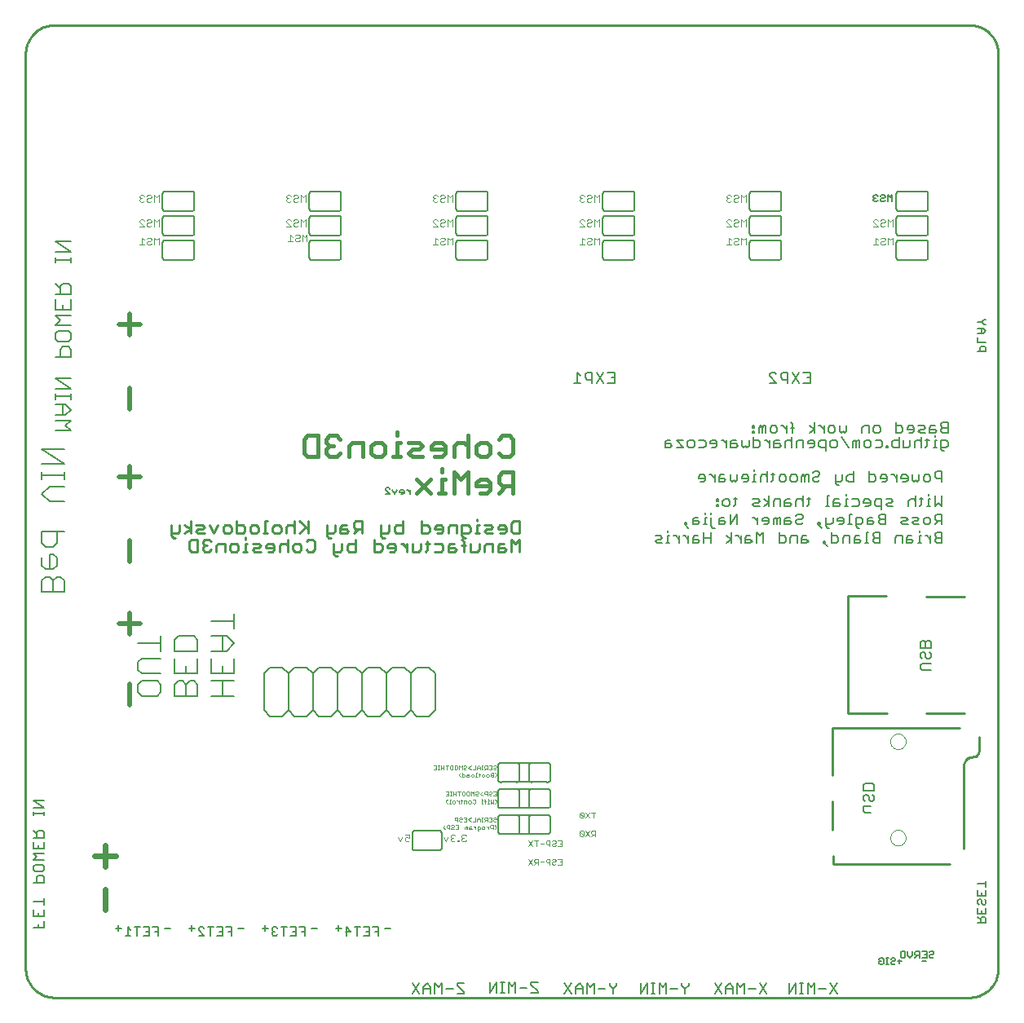
<source format=gbo>
G75*
G70*
%OFA0B0*%
%FSLAX24Y24*%
%IPPOS*%
%LPD*%
%AMOC8*
5,1,8,0,0,1.08239X$1,22.5*
%
%ADD10C,0.0100*%
%ADD11C,0.0030*%
%ADD12C,0.0080*%
%ADD13C,0.0055*%
%ADD14C,0.0070*%
%ADD15C,0.0060*%
%ADD16C,0.0050*%
%ADD17C,0.0090*%
%ADD18C,0.0150*%
%ADD19C,0.0040*%
%ADD20C,0.0200*%
%ADD21C,0.0230*%
%ADD22C,0.0000*%
D10*
X002330Y001759D02*
X002330Y039160D01*
X002332Y039226D01*
X002337Y039292D01*
X002347Y039358D01*
X002360Y039423D01*
X002376Y039487D01*
X002396Y039550D01*
X002420Y039612D01*
X002447Y039672D01*
X002477Y039731D01*
X002511Y039788D01*
X002548Y039843D01*
X002588Y039896D01*
X002630Y039947D01*
X002676Y039995D01*
X002724Y040041D01*
X002775Y040083D01*
X002828Y040123D01*
X002883Y040160D01*
X002940Y040194D01*
X002999Y040224D01*
X003059Y040251D01*
X003121Y040275D01*
X003184Y040295D01*
X003248Y040311D01*
X003313Y040324D01*
X003379Y040334D01*
X003445Y040339D01*
X003511Y040341D01*
X040913Y040341D01*
X040979Y040339D01*
X041045Y040334D01*
X041111Y040324D01*
X041176Y040311D01*
X041240Y040295D01*
X041303Y040275D01*
X041365Y040251D01*
X041425Y040224D01*
X041484Y040194D01*
X041541Y040160D01*
X041596Y040123D01*
X041649Y040083D01*
X041700Y040041D01*
X041748Y039995D01*
X041794Y039947D01*
X041836Y039896D01*
X041876Y039843D01*
X041913Y039788D01*
X041947Y039731D01*
X041977Y039672D01*
X042004Y039612D01*
X042028Y039550D01*
X042048Y039487D01*
X042064Y039423D01*
X042077Y039358D01*
X042087Y039292D01*
X042092Y039226D01*
X042094Y039160D01*
X042094Y001759D01*
X042092Y001693D01*
X042087Y001627D01*
X042077Y001561D01*
X042064Y001496D01*
X042048Y001432D01*
X042028Y001369D01*
X042004Y001307D01*
X041977Y001247D01*
X041947Y001188D01*
X041913Y001131D01*
X041876Y001076D01*
X041836Y001023D01*
X041794Y000972D01*
X041748Y000924D01*
X041700Y000878D01*
X041649Y000836D01*
X041596Y000796D01*
X041541Y000759D01*
X041484Y000725D01*
X041425Y000695D01*
X041365Y000668D01*
X041303Y000644D01*
X041240Y000624D01*
X041176Y000608D01*
X041111Y000595D01*
X041045Y000585D01*
X040979Y000580D01*
X040913Y000578D01*
X003511Y000578D01*
X003445Y000580D01*
X003379Y000585D01*
X003313Y000595D01*
X003248Y000608D01*
X003184Y000624D01*
X003121Y000644D01*
X003059Y000668D01*
X002999Y000695D01*
X002940Y000725D01*
X002883Y000759D01*
X002828Y000796D01*
X002775Y000836D01*
X002724Y000878D01*
X002676Y000924D01*
X002630Y000972D01*
X002588Y001023D01*
X002548Y001076D01*
X002511Y001131D01*
X002477Y001188D01*
X002447Y001247D01*
X002420Y001307D01*
X002396Y001369D01*
X002376Y001432D01*
X002360Y001496D01*
X002347Y001561D01*
X002337Y001627D01*
X002332Y001693D01*
X002330Y001759D01*
X035361Y006046D02*
X040125Y006046D01*
X040676Y006675D02*
X040676Y010061D01*
X040681Y010099D01*
X040690Y010137D01*
X040703Y010174D01*
X040719Y010209D01*
X040739Y010243D01*
X040762Y010274D01*
X040788Y010303D01*
X040817Y010329D01*
X040849Y010352D01*
X040882Y010371D01*
X040918Y010388D01*
X040954Y010400D01*
X040992Y010409D01*
X041031Y010414D01*
X041070Y010415D01*
X041070Y010416D02*
X041098Y010418D01*
X041126Y010423D01*
X041154Y010431D01*
X041180Y010443D01*
X041204Y010458D01*
X041226Y010475D01*
X041247Y010496D01*
X041264Y010518D01*
X041279Y010542D01*
X041291Y010568D01*
X041299Y010596D01*
X041304Y010624D01*
X041306Y010652D01*
X041306Y011242D01*
X040519Y011597D02*
X035322Y011597D01*
X035322Y009668D01*
X035322Y008605D02*
X035322Y007423D01*
X035361Y006360D02*
X035361Y006046D01*
X035952Y012187D02*
X037566Y012187D01*
X035952Y012187D02*
X035952Y016990D01*
X037527Y016990D01*
X039141Y016951D02*
X040716Y016951D01*
X040716Y012187D02*
X039141Y012187D01*
D11*
X025618Y008147D02*
X025465Y008147D01*
X025542Y008147D02*
X025542Y007917D01*
X025379Y007917D02*
X025226Y008147D01*
X025140Y008108D02*
X025101Y008147D01*
X025024Y008147D01*
X024986Y008108D01*
X025140Y007955D01*
X025101Y007917D01*
X025024Y007917D01*
X024986Y007955D01*
X024986Y008108D01*
X025140Y008108D02*
X025140Y007955D01*
X025226Y007917D02*
X025379Y008147D01*
X025379Y007397D02*
X025226Y007167D01*
X025140Y007205D02*
X024986Y007358D01*
X024986Y007205D01*
X025024Y007167D01*
X025101Y007167D01*
X025140Y007205D01*
X025140Y007358D01*
X025101Y007397D01*
X025024Y007397D01*
X024986Y007358D01*
X025226Y007397D02*
X025379Y007167D01*
X025465Y007167D02*
X025542Y007243D01*
X025503Y007243D02*
X025618Y007243D01*
X025618Y007167D02*
X025618Y007397D01*
X025503Y007397D01*
X025465Y007358D01*
X025465Y007282D01*
X025503Y007243D01*
X024243Y006991D02*
X024243Y006760D01*
X024090Y006760D01*
X024004Y006799D02*
X023966Y006760D01*
X023889Y006760D01*
X023851Y006799D01*
X023851Y006837D01*
X023889Y006875D01*
X023966Y006875D01*
X024004Y006914D01*
X024004Y006952D01*
X023966Y006991D01*
X023889Y006991D01*
X023851Y006952D01*
X023765Y006991D02*
X023649Y006991D01*
X023611Y006952D01*
X023611Y006875D01*
X023649Y006837D01*
X023765Y006837D01*
X023765Y006760D02*
X023765Y006991D01*
X023525Y006875D02*
X023372Y006875D01*
X023286Y006991D02*
X023132Y006991D01*
X023209Y006991D02*
X023209Y006760D01*
X023046Y006760D02*
X022893Y006991D01*
X023046Y006991D02*
X022893Y006760D01*
X022893Y006241D02*
X023046Y006010D01*
X023132Y006010D02*
X023209Y006087D01*
X023171Y006087D02*
X023286Y006087D01*
X023286Y006010D02*
X023286Y006241D01*
X023171Y006241D01*
X023132Y006202D01*
X023132Y006125D01*
X023171Y006087D01*
X023046Y006241D02*
X022893Y006010D01*
X023372Y006125D02*
X023525Y006125D01*
X023611Y006125D02*
X023649Y006087D01*
X023765Y006087D01*
X023765Y006010D02*
X023765Y006241D01*
X023649Y006241D01*
X023611Y006202D01*
X023611Y006125D01*
X023851Y006087D02*
X023889Y006125D01*
X023966Y006125D01*
X024004Y006164D01*
X024004Y006202D01*
X023966Y006241D01*
X023889Y006241D01*
X023851Y006202D01*
X023851Y006087D02*
X023851Y006049D01*
X023889Y006010D01*
X023966Y006010D01*
X024004Y006049D01*
X024090Y006010D02*
X024243Y006010D01*
X024243Y006241D01*
X024090Y006241D01*
X024167Y006125D02*
X024243Y006125D01*
X024243Y006875D02*
X024167Y006875D01*
X024243Y006991D02*
X024090Y006991D01*
X021559Y007505D02*
X021559Y007562D01*
X021502Y007618D01*
X021436Y007618D02*
X021351Y007618D01*
X021323Y007590D01*
X021323Y007533D01*
X021351Y007505D01*
X021436Y007505D01*
X021436Y007448D02*
X021436Y007618D01*
X021395Y007763D02*
X021281Y007763D01*
X021210Y007763D02*
X021210Y007933D01*
X021125Y007933D01*
X021097Y007905D01*
X021097Y007848D01*
X021125Y007820D01*
X021210Y007820D01*
X021154Y007820D02*
X021097Y007763D01*
X021026Y007763D02*
X020970Y007763D01*
X020998Y007763D02*
X020998Y007933D01*
X021026Y007933D02*
X020970Y007933D01*
X020904Y007877D02*
X020847Y007933D01*
X020790Y007877D01*
X020790Y007763D01*
X020719Y007763D02*
X020606Y007763D01*
X020535Y007763D02*
X020422Y007848D01*
X020535Y007933D01*
X020351Y007933D02*
X020351Y007763D01*
X020238Y007763D01*
X020167Y007792D02*
X020139Y007763D01*
X020082Y007763D01*
X020053Y007792D01*
X020053Y007820D01*
X020082Y007848D01*
X020139Y007848D01*
X020167Y007877D01*
X020167Y007905D01*
X020139Y007933D01*
X020082Y007933D01*
X020053Y007905D01*
X019983Y007933D02*
X019898Y007933D01*
X019869Y007905D01*
X019869Y007848D01*
X019898Y007820D01*
X019983Y007820D01*
X019983Y007763D02*
X019983Y007933D01*
X020238Y007933D02*
X020351Y007933D01*
X020351Y007848D02*
X020294Y007848D01*
X020308Y007562D02*
X020279Y007533D01*
X020279Y007448D01*
X020336Y007448D02*
X020336Y007533D01*
X020308Y007562D01*
X020336Y007533D02*
X020364Y007562D01*
X020393Y007562D01*
X020393Y007448D01*
X020463Y007448D02*
X020549Y007448D01*
X020577Y007477D01*
X020549Y007505D01*
X020463Y007505D01*
X020463Y007533D02*
X020463Y007448D01*
X020463Y007533D02*
X020492Y007562D01*
X020549Y007562D01*
X020645Y007562D02*
X020674Y007562D01*
X020730Y007505D01*
X020730Y007448D02*
X020730Y007562D01*
X020801Y007562D02*
X020886Y007562D01*
X020915Y007533D01*
X020915Y007477D01*
X020886Y007448D01*
X020801Y007448D01*
X020801Y007420D02*
X020801Y007562D01*
X020801Y007420D02*
X020829Y007392D01*
X020858Y007392D01*
X020985Y007477D02*
X020985Y007533D01*
X021014Y007562D01*
X021070Y007562D01*
X021099Y007533D01*
X021099Y007477D01*
X021070Y007448D01*
X021014Y007448D01*
X020985Y007477D01*
X021167Y007562D02*
X021195Y007562D01*
X021252Y007505D01*
X021252Y007448D02*
X021252Y007562D01*
X021395Y007763D02*
X021395Y007933D01*
X021281Y007933D01*
X021338Y007848D02*
X021395Y007848D01*
X021465Y007820D02*
X021465Y007792D01*
X021494Y007763D01*
X021550Y007763D01*
X021579Y007792D01*
X021550Y007848D02*
X021494Y007848D01*
X021465Y007820D01*
X021465Y007905D02*
X021494Y007933D01*
X021550Y007933D01*
X021579Y007905D01*
X021579Y007877D01*
X021550Y007848D01*
X021559Y007505D02*
X021502Y007448D01*
X020904Y007763D02*
X020904Y007877D01*
X020904Y007848D02*
X020790Y007848D01*
X020719Y007933D02*
X020719Y007763D01*
X020024Y007618D02*
X020024Y007448D01*
X019911Y007448D01*
X019840Y007477D02*
X019812Y007448D01*
X019755Y007448D01*
X019727Y007477D01*
X019727Y007505D01*
X019755Y007533D01*
X019812Y007533D01*
X019840Y007562D01*
X019840Y007590D01*
X019812Y007618D01*
X019755Y007618D01*
X019727Y007590D01*
X019656Y007618D02*
X019571Y007618D01*
X019543Y007590D01*
X019543Y007533D01*
X019571Y007505D01*
X019656Y007505D01*
X019656Y007448D02*
X019656Y007618D01*
X019472Y007618D02*
X019415Y007562D01*
X019415Y007505D01*
X019472Y007448D01*
X019911Y007618D02*
X020024Y007618D01*
X020024Y007533D02*
X019968Y007533D01*
X020044Y008511D02*
X020044Y008625D01*
X019987Y008625D02*
X019959Y008625D01*
X019987Y008625D02*
X020044Y008568D01*
X020110Y008511D02*
X020139Y008540D01*
X020139Y008653D01*
X020167Y008625D02*
X020110Y008625D01*
X020238Y008596D02*
X020238Y008511D01*
X020238Y008596D02*
X020266Y008625D01*
X020351Y008625D01*
X020351Y008511D01*
X020422Y008540D02*
X020422Y008596D01*
X020450Y008625D01*
X020507Y008625D01*
X020535Y008596D01*
X020535Y008540D01*
X020507Y008511D01*
X020450Y008511D01*
X020422Y008540D01*
X020606Y008540D02*
X020634Y008511D01*
X020691Y008511D01*
X020719Y008540D01*
X020719Y008653D01*
X020691Y008681D01*
X020634Y008681D01*
X020606Y008653D01*
X020658Y008826D02*
X020658Y008996D01*
X020601Y008940D01*
X020545Y008996D01*
X020545Y008826D01*
X020474Y008855D02*
X020445Y008826D01*
X020389Y008826D01*
X020360Y008855D01*
X020360Y008968D01*
X020389Y008996D01*
X020445Y008996D01*
X020474Y008968D01*
X020474Y008855D01*
X020290Y008855D02*
X020290Y008968D01*
X020261Y008996D01*
X020205Y008996D01*
X020176Y008968D01*
X020176Y008855D01*
X020205Y008826D01*
X020261Y008826D01*
X020290Y008855D01*
X020106Y008996D02*
X019992Y008996D01*
X020049Y008996D02*
X020049Y008826D01*
X019921Y008826D02*
X019921Y008996D01*
X019921Y008911D02*
X019808Y008911D01*
X019808Y008996D02*
X019808Y008826D01*
X019737Y008826D02*
X019680Y008826D01*
X019709Y008826D02*
X019709Y008996D01*
X019737Y008996D02*
X019680Y008996D01*
X019614Y008996D02*
X019614Y008826D01*
X019501Y008826D01*
X019558Y008911D02*
X019614Y008911D01*
X019614Y008996D02*
X019501Y008996D01*
X019584Y008681D02*
X019527Y008625D01*
X019527Y008568D01*
X019584Y008511D01*
X019650Y008511D02*
X019707Y008511D01*
X019678Y008511D02*
X019678Y008681D01*
X019707Y008681D01*
X019777Y008596D02*
X019806Y008625D01*
X019862Y008625D01*
X019891Y008596D01*
X019891Y008540D01*
X019862Y008511D01*
X019806Y008511D01*
X019777Y008540D01*
X019777Y008596D01*
X020729Y008855D02*
X020757Y008826D01*
X020814Y008826D01*
X020842Y008855D01*
X020814Y008911D02*
X020757Y008911D01*
X020729Y008883D01*
X020729Y008855D01*
X020814Y008911D02*
X020842Y008940D01*
X020842Y008968D01*
X020814Y008996D01*
X020757Y008996D01*
X020729Y008968D01*
X020913Y008911D02*
X021026Y008826D01*
X021097Y008911D02*
X021125Y008883D01*
X021210Y008883D01*
X021210Y008826D02*
X021210Y008996D01*
X021125Y008996D01*
X021097Y008968D01*
X021097Y008911D01*
X021026Y008996D02*
X020913Y008911D01*
X020998Y008710D02*
X020998Y008681D01*
X020998Y008625D02*
X020998Y008511D01*
X021026Y008511D02*
X020970Y008511D01*
X020998Y008625D02*
X021026Y008625D01*
X021092Y008596D02*
X021149Y008596D01*
X021121Y008653D02*
X021092Y008681D01*
X021121Y008653D02*
X021121Y008511D01*
X021215Y008511D02*
X021272Y008511D01*
X021243Y008511D02*
X021243Y008625D01*
X021272Y008625D01*
X021243Y008681D02*
X021243Y008710D01*
X021343Y008681D02*
X021343Y008511D01*
X021399Y008568D01*
X021456Y008511D01*
X021456Y008681D01*
X021522Y008681D02*
X021579Y008625D01*
X021579Y008568D01*
X021522Y008511D01*
X021579Y008826D02*
X021465Y008826D01*
X021395Y008855D02*
X021366Y008826D01*
X021310Y008826D01*
X021281Y008855D01*
X021281Y008883D01*
X021310Y008911D01*
X021366Y008911D01*
X021395Y008940D01*
X021395Y008968D01*
X021366Y008996D01*
X021310Y008996D01*
X021281Y008968D01*
X021465Y008996D02*
X021579Y008996D01*
X021579Y008826D01*
X021579Y008911D02*
X021522Y008911D01*
X021522Y009594D02*
X021579Y009651D01*
X021579Y009707D01*
X021522Y009764D01*
X021456Y009764D02*
X021371Y009764D01*
X021343Y009736D01*
X021343Y009707D01*
X021371Y009679D01*
X021456Y009679D01*
X021456Y009594D02*
X021371Y009594D01*
X021343Y009622D01*
X021343Y009651D01*
X021371Y009679D01*
X021272Y009679D02*
X021272Y009622D01*
X021243Y009594D01*
X021187Y009594D01*
X021158Y009622D01*
X021158Y009679D01*
X021187Y009707D01*
X021243Y009707D01*
X021272Y009679D01*
X021088Y009679D02*
X021088Y009622D01*
X021059Y009594D01*
X021003Y009594D01*
X020974Y009622D01*
X020974Y009679D01*
X021003Y009707D01*
X021059Y009707D01*
X021088Y009679D01*
X020904Y009707D02*
X020847Y009707D01*
X020875Y009736D02*
X020875Y009622D01*
X020847Y009594D01*
X020781Y009594D02*
X020724Y009594D01*
X020752Y009594D02*
X020752Y009764D01*
X020781Y009764D01*
X020790Y009889D02*
X020790Y010003D01*
X020847Y010059D01*
X020904Y010003D01*
X020904Y009889D01*
X020970Y009889D02*
X021026Y009889D01*
X020998Y009889D02*
X020998Y010059D01*
X021026Y010059D02*
X020970Y010059D01*
X020904Y009974D02*
X020790Y009974D01*
X020719Y009889D02*
X020606Y009889D01*
X020535Y009889D02*
X020422Y009974D01*
X020535Y010059D01*
X020719Y010059D02*
X020719Y009889D01*
X020630Y009707D02*
X020658Y009679D01*
X020658Y009622D01*
X020630Y009594D01*
X020573Y009594D01*
X020545Y009622D01*
X020545Y009679D01*
X020573Y009707D01*
X020630Y009707D01*
X020474Y009622D02*
X020445Y009651D01*
X020360Y009651D01*
X020360Y009679D02*
X020360Y009594D01*
X020445Y009594D01*
X020474Y009622D01*
X020445Y009707D02*
X020389Y009707D01*
X020360Y009679D01*
X020290Y009679D02*
X020261Y009707D01*
X020176Y009707D01*
X020176Y009764D02*
X020176Y009594D01*
X020261Y009594D01*
X020290Y009622D01*
X020290Y009679D01*
X020106Y009594D02*
X020049Y009651D01*
X020049Y009707D01*
X020106Y009764D01*
X020053Y009889D02*
X020053Y010059D01*
X020110Y010003D01*
X020167Y010059D01*
X020167Y009889D01*
X020238Y009918D02*
X020266Y009889D01*
X020323Y009889D01*
X020351Y009918D01*
X020323Y009974D02*
X020266Y009974D01*
X020238Y009946D01*
X020238Y009918D01*
X020323Y009974D02*
X020351Y010003D01*
X020351Y010031D01*
X020323Y010059D01*
X020266Y010059D01*
X020238Y010031D01*
X019983Y010031D02*
X019983Y009918D01*
X019954Y009889D01*
X019898Y009889D01*
X019869Y009918D01*
X019869Y010031D01*
X019898Y010059D01*
X019954Y010059D01*
X019983Y010031D01*
X019799Y010031D02*
X019799Y009918D01*
X019770Y009889D01*
X019714Y009889D01*
X019685Y009918D01*
X019685Y010031D01*
X019714Y010059D01*
X019770Y010059D01*
X019799Y010031D01*
X019614Y010059D02*
X019501Y010059D01*
X019558Y010059D02*
X019558Y009889D01*
X019430Y009889D02*
X019430Y010059D01*
X019430Y009974D02*
X019317Y009974D01*
X019317Y010059D02*
X019317Y009889D01*
X019246Y009889D02*
X019189Y009889D01*
X019218Y009889D02*
X019218Y010059D01*
X019246Y010059D02*
X019189Y010059D01*
X019123Y010059D02*
X019123Y009889D01*
X019010Y009889D01*
X019067Y009974D02*
X019123Y009974D01*
X019123Y010059D02*
X019010Y010059D01*
X021097Y010031D02*
X021097Y009974D01*
X021125Y009946D01*
X021210Y009946D01*
X021154Y009946D02*
X021097Y009889D01*
X021210Y009889D02*
X021210Y010059D01*
X021125Y010059D01*
X021097Y010031D01*
X021281Y010059D02*
X021395Y010059D01*
X021395Y009889D01*
X021281Y009889D01*
X021338Y009974D02*
X021395Y009974D01*
X021465Y009946D02*
X021465Y009918D01*
X021494Y009889D01*
X021550Y009889D01*
X021579Y009918D01*
X021550Y009974D02*
X021494Y009974D01*
X021465Y009946D01*
X021465Y010031D02*
X021494Y010059D01*
X021550Y010059D01*
X021579Y010031D01*
X021579Y010003D01*
X021550Y009974D01*
X021456Y009764D02*
X021456Y009594D01*
D12*
X022007Y009382D02*
X023346Y009382D01*
X023188Y009107D02*
X022165Y009107D01*
X022283Y008319D02*
X023306Y008319D01*
X023346Y010170D02*
X022125Y010170D01*
X028141Y019171D02*
X028071Y019241D01*
X028141Y019311D01*
X028281Y019311D01*
X028351Y019381D01*
X028281Y019451D01*
X028071Y019451D01*
X028141Y019171D02*
X028351Y019171D01*
X028518Y019171D02*
X028658Y019171D01*
X028588Y019171D02*
X028588Y019451D01*
X028658Y019451D01*
X028588Y019592D02*
X028588Y019662D01*
X028831Y019451D02*
X028901Y019451D01*
X029042Y019311D01*
X029042Y019171D02*
X029042Y019451D01*
X029215Y019451D02*
X029285Y019451D01*
X029425Y019311D01*
X029425Y019171D02*
X029425Y019451D01*
X029605Y019381D02*
X029605Y019171D01*
X029816Y019171D01*
X029886Y019241D01*
X029816Y019311D01*
X029605Y019311D01*
X029605Y019381D02*
X029675Y019451D01*
X029816Y019451D01*
X030066Y019381D02*
X030346Y019381D01*
X030346Y019171D02*
X030346Y019592D01*
X030429Y019781D02*
X030359Y019851D01*
X030359Y020201D01*
X030359Y020342D02*
X030359Y020412D01*
X030123Y020412D02*
X030123Y020342D01*
X030123Y020201D02*
X030123Y019921D01*
X030193Y019921D02*
X030052Y019921D01*
X029886Y019991D02*
X029816Y019921D01*
X029605Y019921D01*
X029605Y020131D01*
X029675Y020201D01*
X029816Y020201D01*
X029816Y020061D02*
X029605Y020061D01*
X029816Y020061D02*
X029886Y019991D01*
X030123Y020201D02*
X030193Y020201D01*
X030429Y019781D02*
X030500Y019781D01*
X030680Y019921D02*
X030680Y020131D01*
X030750Y020201D01*
X030890Y020201D01*
X030890Y020061D02*
X030680Y020061D01*
X030680Y019921D02*
X030890Y019921D01*
X030960Y019991D01*
X030890Y020061D01*
X031140Y019921D02*
X031140Y020342D01*
X031420Y020342D02*
X031140Y019921D01*
X031420Y019921D02*
X031420Y020342D01*
X031280Y020671D02*
X031350Y020741D01*
X031350Y021021D01*
X031420Y020951D02*
X031280Y020951D01*
X031113Y020881D02*
X031113Y020741D01*
X031043Y020671D01*
X030903Y020671D01*
X030833Y020741D01*
X030833Y020881D01*
X030903Y020951D01*
X031043Y020951D01*
X031113Y020881D01*
X030653Y020881D02*
X030653Y020951D01*
X030583Y020951D01*
X030583Y020881D01*
X030653Y020881D01*
X030653Y020741D02*
X030583Y020741D01*
X030583Y020671D01*
X030653Y020671D01*
X030653Y020741D01*
X031190Y019592D02*
X031190Y019171D01*
X031190Y019311D02*
X030980Y019451D01*
X031190Y019311D02*
X030980Y019171D01*
X031364Y019451D02*
X031434Y019451D01*
X031574Y019311D01*
X031574Y019171D02*
X031574Y019451D01*
X031754Y019381D02*
X031754Y019171D01*
X031964Y019171D01*
X032034Y019241D01*
X031964Y019311D01*
X031754Y019311D01*
X031754Y019381D02*
X031824Y019451D01*
X031964Y019451D01*
X032214Y019592D02*
X032214Y019171D01*
X032495Y019171D02*
X032495Y019592D01*
X032354Y019451D01*
X032214Y019592D01*
X032264Y019921D02*
X032264Y020201D01*
X032264Y020061D02*
X032124Y020201D01*
X032054Y020201D01*
X032445Y020131D02*
X032445Y020061D01*
X032725Y020061D01*
X032725Y019991D02*
X032725Y020131D01*
X032655Y020201D01*
X032515Y020201D01*
X032445Y020131D01*
X032515Y019921D02*
X032655Y019921D01*
X032725Y019991D01*
X032905Y019921D02*
X032905Y020131D01*
X032975Y020201D01*
X033045Y020131D01*
X033045Y019921D01*
X033185Y019921D02*
X033185Y020201D01*
X033115Y020201D01*
X033045Y020131D01*
X033365Y020131D02*
X033365Y019921D01*
X033575Y019921D01*
X033646Y019991D01*
X033575Y020061D01*
X033365Y020061D01*
X033365Y020131D02*
X033435Y020201D01*
X033575Y020201D01*
X033826Y020271D02*
X033896Y020342D01*
X034036Y020342D01*
X034106Y020271D01*
X034106Y020201D01*
X034036Y020131D01*
X033896Y020131D01*
X033826Y020061D01*
X033826Y019991D01*
X033896Y019921D01*
X034036Y019921D01*
X034106Y019991D01*
X034106Y020671D02*
X034106Y021092D01*
X034036Y020951D02*
X033896Y020951D01*
X033826Y020881D01*
X033826Y020671D01*
X033646Y020741D02*
X033575Y020811D01*
X033365Y020811D01*
X033365Y020881D02*
X033365Y020671D01*
X033575Y020671D01*
X033646Y020741D01*
X033575Y020951D02*
X033435Y020951D01*
X033365Y020881D01*
X033185Y020951D02*
X033185Y020671D01*
X032905Y020671D02*
X032905Y020881D01*
X032975Y020951D01*
X033185Y020951D01*
X032725Y020811D02*
X032515Y020671D01*
X032341Y020671D02*
X032131Y020671D01*
X032061Y020741D01*
X032131Y020811D01*
X032271Y020811D01*
X032341Y020881D01*
X032271Y020951D01*
X032061Y020951D01*
X032515Y020951D02*
X032725Y020811D01*
X032725Y020671D02*
X032725Y021092D01*
X032648Y021671D02*
X032648Y022092D01*
X032578Y021951D02*
X032438Y021951D01*
X032368Y021881D01*
X032368Y021671D01*
X032188Y021671D02*
X032048Y021671D01*
X032118Y021671D02*
X032118Y021951D01*
X032188Y021951D01*
X032118Y022092D02*
X032118Y022162D01*
X031881Y021881D02*
X031811Y021951D01*
X031671Y021951D01*
X031600Y021881D01*
X031600Y021811D01*
X031881Y021811D01*
X031881Y021741D02*
X031881Y021881D01*
X031881Y021741D02*
X031811Y021671D01*
X031671Y021671D01*
X031420Y021741D02*
X031350Y021671D01*
X031280Y021741D01*
X031210Y021671D01*
X031140Y021741D01*
X031140Y021951D01*
X030890Y021951D02*
X030750Y021951D01*
X030680Y021881D01*
X030680Y021671D01*
X030890Y021671D01*
X030960Y021741D01*
X030890Y021811D01*
X030680Y021811D01*
X030500Y021811D02*
X030359Y021951D01*
X030289Y021951D01*
X030116Y021881D02*
X030046Y021951D01*
X029906Y021951D01*
X029836Y021881D01*
X029836Y021811D01*
X030116Y021811D01*
X030116Y021741D02*
X030116Y021881D01*
X030116Y021741D02*
X030046Y021671D01*
X029906Y021671D01*
X030500Y021671D02*
X030500Y021951D01*
X031420Y021951D02*
X031420Y021741D01*
X032578Y021951D02*
X032648Y021881D01*
X032815Y021951D02*
X032955Y021951D01*
X032885Y022021D02*
X032885Y021741D01*
X032815Y021671D01*
X033135Y021741D02*
X033135Y021881D01*
X033205Y021951D01*
X033345Y021951D01*
X033415Y021881D01*
X033415Y021741D01*
X033345Y021671D01*
X033205Y021671D01*
X033135Y021741D01*
X033595Y021741D02*
X033595Y021881D01*
X033666Y021951D01*
X033806Y021951D01*
X033876Y021881D01*
X033876Y021741D01*
X033806Y021671D01*
X033666Y021671D01*
X033595Y021741D01*
X034056Y021671D02*
X034056Y021881D01*
X034126Y021951D01*
X034196Y021881D01*
X034196Y021671D01*
X034336Y021671D02*
X034336Y021951D01*
X034266Y021951D01*
X034196Y021881D01*
X034516Y021811D02*
X034516Y021741D01*
X034586Y021671D01*
X034726Y021671D01*
X034797Y021741D01*
X034726Y021881D02*
X034586Y021881D01*
X034516Y021811D01*
X034516Y022021D02*
X034586Y022092D01*
X034726Y022092D01*
X034797Y022021D01*
X034797Y021951D01*
X034726Y021881D01*
X035437Y021951D02*
X035437Y021601D01*
X035507Y021531D01*
X035577Y021531D01*
X035647Y021671D02*
X035437Y021671D01*
X035647Y021671D02*
X035717Y021741D01*
X035717Y021951D01*
X035897Y021881D02*
X035968Y021951D01*
X036178Y021951D01*
X036178Y022092D02*
X036178Y021671D01*
X035968Y021671D01*
X035897Y021741D01*
X035897Y021881D01*
X035877Y021162D02*
X035877Y021092D01*
X035877Y020951D02*
X035877Y020671D01*
X035947Y020671D02*
X035807Y020671D01*
X035641Y020741D02*
X035571Y020811D01*
X035360Y020811D01*
X035360Y020881D02*
X035360Y020671D01*
X035571Y020671D01*
X035641Y020741D01*
X035571Y020951D02*
X035430Y020951D01*
X035360Y020881D01*
X035180Y020671D02*
X035040Y020671D01*
X035110Y020671D02*
X035110Y021092D01*
X035180Y021092D01*
X035877Y020951D02*
X035947Y020951D01*
X036128Y020951D02*
X036338Y020951D01*
X036408Y020881D01*
X036408Y020741D01*
X036338Y020671D01*
X036128Y020671D01*
X036101Y020342D02*
X036031Y020342D01*
X036031Y019921D01*
X036101Y019921D02*
X035961Y019921D01*
X035794Y019991D02*
X035794Y020131D01*
X035724Y020201D01*
X035584Y020201D01*
X035514Y020131D01*
X035514Y020061D01*
X035794Y020061D01*
X035794Y019991D02*
X035724Y019921D01*
X035584Y019921D01*
X035334Y019991D02*
X035264Y019921D01*
X035053Y019921D01*
X035053Y019851D02*
X035123Y019781D01*
X035194Y019781D01*
X035053Y019851D02*
X035053Y020201D01*
X035334Y020201D02*
X035334Y019991D01*
X035284Y019592D02*
X035284Y019171D01*
X035494Y019171D01*
X035564Y019241D01*
X035564Y019381D01*
X035494Y019451D01*
X035284Y019451D01*
X035033Y019241D02*
X035033Y019171D01*
X034963Y019171D01*
X034963Y019241D01*
X035033Y019241D01*
X034963Y019171D02*
X035103Y019031D01*
X035744Y019171D02*
X035744Y019381D01*
X035814Y019451D01*
X036024Y019451D01*
X036024Y019171D01*
X036204Y019171D02*
X036415Y019171D01*
X036485Y019241D01*
X036415Y019311D01*
X036204Y019311D01*
X036204Y019381D02*
X036204Y019171D01*
X036204Y019381D02*
X036274Y019451D01*
X036415Y019451D01*
X036421Y019781D02*
X036351Y019781D01*
X036281Y019851D01*
X036281Y020201D01*
X036491Y020201D01*
X036561Y020131D01*
X036561Y019991D01*
X036491Y019921D01*
X036281Y019921D01*
X036742Y019921D02*
X036742Y020131D01*
X036812Y020201D01*
X036952Y020201D01*
X036952Y020061D02*
X036742Y020061D01*
X036742Y019921D02*
X036952Y019921D01*
X037022Y019991D01*
X036952Y020061D01*
X037202Y020061D02*
X037202Y019991D01*
X037272Y019921D01*
X037482Y019921D01*
X037482Y020342D01*
X037272Y020342D01*
X037202Y020271D01*
X037202Y020201D01*
X037272Y020131D01*
X037482Y020131D01*
X037272Y020131D02*
X037202Y020061D01*
X037252Y019592D02*
X037042Y019592D01*
X036972Y019521D01*
X036972Y019451D01*
X037042Y019381D01*
X037252Y019381D01*
X037252Y019171D02*
X037042Y019171D01*
X036972Y019241D01*
X036972Y019311D01*
X037042Y019381D01*
X037252Y019171D02*
X037252Y019592D01*
X036792Y019592D02*
X036721Y019592D01*
X036721Y019171D01*
X036651Y019171D02*
X036792Y019171D01*
X037892Y019171D02*
X037892Y019381D01*
X037963Y019451D01*
X038173Y019451D01*
X038173Y019171D01*
X038353Y019171D02*
X038563Y019171D01*
X038633Y019241D01*
X038563Y019311D01*
X038353Y019311D01*
X038353Y019381D02*
X038353Y019171D01*
X038353Y019381D02*
X038423Y019451D01*
X038563Y019451D01*
X038870Y019451D02*
X038870Y019171D01*
X038940Y019171D02*
X038800Y019171D01*
X038870Y019451D02*
X038940Y019451D01*
X038870Y019592D02*
X038870Y019662D01*
X038863Y019921D02*
X038653Y019921D01*
X038583Y019991D01*
X038653Y020061D01*
X038793Y020061D01*
X038863Y020131D01*
X038793Y020201D01*
X038583Y020201D01*
X038403Y020131D02*
X038333Y020201D01*
X038123Y020201D01*
X038193Y020061D02*
X038123Y019991D01*
X038193Y019921D01*
X038403Y019921D01*
X038333Y020061D02*
X038403Y020131D01*
X038333Y020061D02*
X038193Y020061D01*
X038430Y020671D02*
X038430Y020881D01*
X038500Y020951D01*
X038640Y020951D01*
X038710Y020881D01*
X038877Y020951D02*
X039017Y020951D01*
X038947Y021021D02*
X038947Y020741D01*
X038877Y020671D01*
X038710Y020671D02*
X038710Y021092D01*
X039254Y021092D02*
X039254Y021162D01*
X039254Y020951D02*
X039254Y020671D01*
X039324Y020671D02*
X039184Y020671D01*
X039254Y020951D02*
X039324Y020951D01*
X039504Y021092D02*
X039504Y020671D01*
X039644Y020811D01*
X039784Y020671D01*
X039784Y021092D01*
X039784Y021671D02*
X039784Y022092D01*
X039574Y022092D01*
X039504Y022021D01*
X039504Y021881D01*
X039574Y021811D01*
X039784Y021811D01*
X039324Y021741D02*
X039254Y021671D01*
X039114Y021671D01*
X039043Y021741D01*
X039043Y021881D01*
X039114Y021951D01*
X039254Y021951D01*
X039324Y021881D01*
X039324Y021741D01*
X038863Y021741D02*
X038793Y021671D01*
X038723Y021741D01*
X038653Y021671D01*
X038583Y021741D01*
X038583Y021951D01*
X038403Y021881D02*
X038333Y021951D01*
X038193Y021951D01*
X038123Y021881D01*
X038123Y021811D01*
X038403Y021811D01*
X038403Y021741D02*
X038403Y021881D01*
X038403Y021741D02*
X038333Y021671D01*
X038193Y021671D01*
X037943Y021671D02*
X037943Y021951D01*
X037943Y021811D02*
X037802Y021951D01*
X037732Y021951D01*
X037559Y021881D02*
X037489Y021951D01*
X037349Y021951D01*
X037279Y021881D01*
X037279Y021811D01*
X037559Y021811D01*
X037559Y021741D02*
X037559Y021881D01*
X037559Y021741D02*
X037489Y021671D01*
X037349Y021671D01*
X037098Y021741D02*
X037098Y021881D01*
X037028Y021951D01*
X036818Y021951D01*
X036818Y022092D02*
X036818Y021671D01*
X037028Y021671D01*
X037098Y021741D01*
X037118Y020951D02*
X037048Y020881D01*
X037048Y020741D01*
X037118Y020671D01*
X037329Y020671D01*
X037329Y020531D02*
X037329Y020951D01*
X037118Y020951D01*
X036868Y020881D02*
X036798Y020951D01*
X036658Y020951D01*
X036588Y020881D01*
X036588Y020811D01*
X036868Y020811D01*
X036868Y020741D02*
X036868Y020881D01*
X036868Y020741D02*
X036798Y020671D01*
X036658Y020671D01*
X037509Y020741D02*
X037579Y020811D01*
X037719Y020811D01*
X037789Y020881D01*
X037719Y020951D01*
X037509Y020951D01*
X037509Y020741D02*
X037579Y020671D01*
X037789Y020671D01*
X039043Y020131D02*
X039114Y020201D01*
X039254Y020201D01*
X039324Y020131D01*
X039324Y019991D01*
X039254Y019921D01*
X039114Y019921D01*
X039043Y019991D01*
X039043Y020131D01*
X039504Y020131D02*
X039574Y020061D01*
X039784Y020061D01*
X039784Y019921D02*
X039784Y020342D01*
X039574Y020342D01*
X039504Y020271D01*
X039504Y020131D01*
X039644Y020061D02*
X039504Y019921D01*
X039574Y019592D02*
X039504Y019521D01*
X039504Y019451D01*
X039574Y019381D01*
X039784Y019381D01*
X039784Y019171D02*
X039574Y019171D01*
X039504Y019241D01*
X039504Y019311D01*
X039574Y019381D01*
X039574Y019592D02*
X039784Y019592D01*
X039784Y019171D01*
X039324Y019171D02*
X039324Y019451D01*
X039324Y019311D02*
X039184Y019451D01*
X039114Y019451D01*
X038863Y021741D02*
X038863Y021951D01*
X038960Y023077D02*
X038960Y023498D01*
X038890Y023358D02*
X038750Y023358D01*
X038680Y023288D01*
X038680Y023077D01*
X038499Y023147D02*
X038499Y023358D01*
X038499Y023147D02*
X038429Y023077D01*
X038219Y023077D01*
X038219Y023358D01*
X038039Y023358D02*
X037829Y023358D01*
X037759Y023288D01*
X037759Y023147D01*
X037829Y023077D01*
X038039Y023077D01*
X038039Y023498D01*
X038122Y023668D02*
X038193Y023738D01*
X038193Y023878D01*
X038122Y023948D01*
X037912Y023948D01*
X037912Y024089D02*
X037912Y023668D01*
X038122Y023668D01*
X038373Y023808D02*
X038653Y023808D01*
X038653Y023738D02*
X038653Y023878D01*
X038583Y023948D01*
X038443Y023948D01*
X038373Y023878D01*
X038373Y023808D01*
X038443Y023668D02*
X038583Y023668D01*
X038653Y023738D01*
X038833Y023738D02*
X038903Y023808D01*
X039043Y023808D01*
X039113Y023878D01*
X039043Y023948D01*
X038833Y023948D01*
X038833Y023738D02*
X038903Y023668D01*
X039113Y023668D01*
X039293Y023668D02*
X039504Y023668D01*
X039574Y023738D01*
X039504Y023808D01*
X039293Y023808D01*
X039293Y023878D02*
X039293Y023668D01*
X039293Y023878D02*
X039364Y023948D01*
X039504Y023948D01*
X039754Y023948D02*
X039824Y023878D01*
X040034Y023878D01*
X040034Y023668D02*
X039824Y023668D01*
X039754Y023738D01*
X039754Y023808D01*
X039824Y023878D01*
X039754Y023948D02*
X039754Y024018D01*
X039824Y024089D01*
X040034Y024089D01*
X040034Y023668D01*
X039964Y023358D02*
X039754Y023358D01*
X039754Y023007D01*
X039824Y022937D01*
X039894Y022937D01*
X039964Y023077D02*
X039754Y023077D01*
X039574Y023077D02*
X039434Y023077D01*
X039504Y023077D02*
X039504Y023358D01*
X039574Y023358D01*
X039504Y023498D02*
X039504Y023568D01*
X039267Y023358D02*
X039127Y023358D01*
X039197Y023428D02*
X039197Y023147D01*
X039127Y023077D01*
X038960Y023288D02*
X038890Y023358D01*
X039964Y023358D02*
X040034Y023288D01*
X040034Y023147D01*
X039964Y023077D01*
X037579Y023077D02*
X037509Y023077D01*
X037509Y023147D01*
X037579Y023147D01*
X037579Y023077D01*
X037348Y023147D02*
X037278Y023077D01*
X037068Y023077D01*
X036888Y023147D02*
X036818Y023077D01*
X036678Y023077D01*
X036608Y023147D01*
X036608Y023288D01*
X036678Y023358D01*
X036818Y023358D01*
X036888Y023288D01*
X036888Y023147D01*
X037068Y023358D02*
X037278Y023358D01*
X037348Y023288D01*
X037348Y023147D01*
X037202Y023668D02*
X037272Y023738D01*
X037272Y023878D01*
X037202Y023948D01*
X037062Y023948D01*
X036992Y023878D01*
X036992Y023738D01*
X037062Y023668D01*
X037202Y023668D01*
X036811Y023668D02*
X036811Y023948D01*
X036601Y023948D01*
X036531Y023878D01*
X036531Y023668D01*
X036428Y023358D02*
X036358Y023358D01*
X036288Y023288D01*
X036218Y023358D01*
X036147Y023288D01*
X036147Y023077D01*
X036288Y023077D02*
X036288Y023288D01*
X036428Y023358D02*
X036428Y023077D01*
X035967Y023077D02*
X035687Y023498D01*
X035680Y023668D02*
X035610Y023738D01*
X035610Y023948D01*
X035430Y023878D02*
X035430Y023738D01*
X035360Y023668D01*
X035220Y023668D01*
X035150Y023738D01*
X035150Y023878D01*
X035220Y023948D01*
X035360Y023948D01*
X035430Y023878D01*
X035680Y023668D02*
X035750Y023738D01*
X035821Y023668D01*
X035891Y023738D01*
X035891Y023948D01*
X035437Y023358D02*
X035507Y023288D01*
X035507Y023147D01*
X035437Y023077D01*
X035297Y023077D01*
X035227Y023147D01*
X035227Y023288D01*
X035297Y023358D01*
X035437Y023358D01*
X035047Y023358D02*
X035047Y022937D01*
X035047Y023077D02*
X034836Y023077D01*
X034766Y023147D01*
X034766Y023288D01*
X034836Y023358D01*
X035047Y023358D01*
X034970Y023668D02*
X034970Y023948D01*
X034970Y023808D02*
X034830Y023948D01*
X034760Y023948D01*
X034586Y023808D02*
X034376Y023948D01*
X034586Y023808D02*
X034376Y023668D01*
X034586Y023668D02*
X034586Y024089D01*
X033742Y023878D02*
X033602Y023878D01*
X033672Y024018D02*
X033602Y024089D01*
X033672Y024018D02*
X033672Y023668D01*
X033665Y023498D02*
X033665Y023077D01*
X033845Y023077D02*
X033845Y023288D01*
X033916Y023358D01*
X034126Y023358D01*
X034126Y023077D01*
X034306Y023218D02*
X034306Y023288D01*
X034376Y023358D01*
X034516Y023358D01*
X034586Y023288D01*
X034586Y023147D01*
X034516Y023077D01*
X034376Y023077D01*
X034306Y023218D02*
X034586Y023218D01*
X033665Y023288D02*
X033595Y023358D01*
X033455Y023358D01*
X033385Y023288D01*
X033385Y023077D01*
X033205Y023147D02*
X033135Y023218D01*
X032925Y023218D01*
X032925Y023288D02*
X032925Y023077D01*
X033135Y023077D01*
X033205Y023147D01*
X033135Y023358D02*
X032995Y023358D01*
X032925Y023288D01*
X032745Y023358D02*
X032745Y023077D01*
X032745Y023218D02*
X032604Y023358D01*
X032534Y023358D01*
X032361Y023288D02*
X032361Y023147D01*
X032291Y023077D01*
X032081Y023077D01*
X032081Y023498D01*
X032081Y023358D02*
X032291Y023358D01*
X032361Y023288D01*
X032311Y023668D02*
X032311Y023878D01*
X032381Y023948D01*
X032451Y023878D01*
X032451Y023668D01*
X032591Y023668D02*
X032591Y023948D01*
X032521Y023948D01*
X032451Y023878D01*
X032771Y023878D02*
X032841Y023948D01*
X032981Y023948D01*
X033051Y023878D01*
X033051Y023738D01*
X032981Y023668D01*
X032841Y023668D01*
X032771Y023738D01*
X032771Y023878D01*
X033225Y023948D02*
X033295Y023948D01*
X033435Y023808D01*
X033435Y023668D02*
X033435Y023948D01*
X032131Y023948D02*
X032131Y023878D01*
X032061Y023878D01*
X032061Y023948D01*
X032131Y023948D01*
X032131Y023738D02*
X032131Y023668D01*
X032061Y023668D01*
X032061Y023738D01*
X032131Y023738D01*
X031900Y023358D02*
X031900Y023147D01*
X031830Y023077D01*
X031760Y023147D01*
X031690Y023077D01*
X031620Y023147D01*
X031620Y023358D01*
X031370Y023358D02*
X031230Y023358D01*
X031160Y023288D01*
X031160Y023077D01*
X031370Y023077D01*
X031440Y023147D01*
X031370Y023218D01*
X031160Y023218D01*
X030980Y023218D02*
X030840Y023358D01*
X030770Y023358D01*
X030596Y023288D02*
X030596Y023147D01*
X030526Y023077D01*
X030386Y023077D01*
X030316Y023218D02*
X030596Y023218D01*
X030596Y023288D02*
X030526Y023358D01*
X030386Y023358D01*
X030316Y023288D01*
X030316Y023218D01*
X030136Y023288D02*
X030136Y023147D01*
X030066Y023077D01*
X029855Y023077D01*
X029675Y023147D02*
X029675Y023288D01*
X029605Y023358D01*
X029465Y023358D01*
X029395Y023288D01*
X029395Y023147D01*
X029465Y023077D01*
X029605Y023077D01*
X029675Y023147D01*
X029855Y023358D02*
X030066Y023358D01*
X030136Y023288D01*
X030980Y023358D02*
X030980Y023077D01*
X029215Y023077D02*
X028935Y023077D01*
X028754Y023147D02*
X028684Y023218D01*
X028474Y023218D01*
X028474Y023288D02*
X028474Y023077D01*
X028684Y023077D01*
X028754Y023147D01*
X028684Y023358D02*
X028544Y023358D01*
X028474Y023288D01*
X028935Y023358D02*
X029215Y023077D01*
X029215Y023358D02*
X028935Y023358D01*
X026410Y025706D02*
X026129Y025706D01*
X025949Y025706D02*
X025669Y026126D01*
X025489Y026126D02*
X025279Y026126D01*
X025209Y026056D01*
X025209Y025916D01*
X025279Y025846D01*
X025489Y025846D01*
X025489Y025706D02*
X025489Y026126D01*
X025669Y025706D02*
X025949Y026126D01*
X026129Y026126D02*
X026410Y026126D01*
X026410Y025706D01*
X026410Y025916D02*
X026270Y025916D01*
X025028Y025986D02*
X024888Y026126D01*
X024888Y025706D01*
X025028Y025706D02*
X024748Y025706D01*
X029285Y019991D02*
X029355Y019991D01*
X029355Y019921D01*
X029285Y019921D01*
X029285Y019991D01*
X029285Y019921D02*
X029425Y019781D01*
X030066Y019592D02*
X030066Y019171D01*
X033135Y019171D02*
X033345Y019171D01*
X033415Y019241D01*
X033415Y019381D01*
X033345Y019451D01*
X033135Y019451D01*
X033135Y019592D02*
X033135Y019171D01*
X033595Y019171D02*
X033595Y019381D01*
X033666Y019451D01*
X033876Y019451D01*
X033876Y019171D01*
X034056Y019171D02*
X034266Y019171D01*
X034336Y019241D01*
X034266Y019311D01*
X034056Y019311D01*
X034056Y019381D02*
X034056Y019171D01*
X034056Y019381D02*
X034126Y019451D01*
X034266Y019451D01*
X034733Y019921D02*
X034803Y019921D01*
X034803Y019991D01*
X034733Y019991D01*
X034733Y019921D01*
X034873Y019781D01*
X034273Y020671D02*
X034343Y020741D01*
X034343Y021021D01*
X034413Y020951D02*
X034273Y020951D01*
X034106Y020881D02*
X034036Y020951D01*
X033949Y025706D02*
X033669Y026126D01*
X033489Y026126D02*
X033279Y026126D01*
X033209Y026056D01*
X033209Y025916D01*
X033279Y025846D01*
X033489Y025846D01*
X033489Y025706D02*
X033489Y026126D01*
X033669Y025706D02*
X033949Y026126D01*
X034129Y026126D02*
X034410Y026126D01*
X034410Y025706D01*
X034129Y025706D01*
X034270Y025916D02*
X034410Y025916D01*
X033028Y026056D02*
X032958Y026126D01*
X032818Y026126D01*
X032748Y026056D01*
X032748Y025986D01*
X033028Y025706D01*
X032748Y025706D01*
X038987Y015157D02*
X038917Y015087D01*
X038917Y014877D01*
X039338Y014877D01*
X039338Y015087D01*
X039268Y015157D01*
X039197Y015157D01*
X039127Y015087D01*
X039127Y014877D01*
X039057Y014697D02*
X039127Y014627D01*
X039127Y014487D01*
X039197Y014417D01*
X039268Y014417D01*
X039338Y014487D01*
X039338Y014627D01*
X039268Y014697D01*
X039057Y014697D02*
X038987Y014697D01*
X038917Y014627D01*
X038917Y014487D01*
X038987Y014417D01*
X038987Y014237D02*
X039338Y014237D01*
X039338Y013956D02*
X038987Y013956D01*
X038917Y014026D01*
X038917Y014166D01*
X038987Y014237D01*
X039127Y015087D02*
X039057Y015157D01*
X038987Y015157D01*
X010853Y015052D02*
X010546Y015359D01*
X009933Y015359D01*
X010393Y015359D02*
X010393Y014745D01*
X010546Y014745D02*
X010853Y015052D01*
X010546Y014745D02*
X009933Y014745D01*
X009933Y014438D02*
X009933Y013824D01*
X010853Y013824D01*
X010853Y014438D01*
X010393Y014131D02*
X010393Y013824D01*
X010393Y013517D02*
X010393Y012903D01*
X009933Y012903D02*
X010853Y012903D01*
X010853Y013517D02*
X009933Y013517D01*
X009353Y013363D02*
X009200Y013517D01*
X009046Y013517D01*
X008893Y013363D01*
X008893Y012903D01*
X009353Y012903D02*
X009353Y013363D01*
X009353Y012903D02*
X008433Y012903D01*
X008433Y013363D01*
X008586Y013517D01*
X008739Y013517D01*
X008893Y013363D01*
X008893Y013824D02*
X008893Y014131D01*
X009353Y014438D02*
X009353Y013824D01*
X008433Y013824D01*
X008433Y014438D01*
X008433Y014745D02*
X008433Y015205D01*
X008586Y015359D01*
X009200Y015359D01*
X009353Y015205D01*
X009353Y014745D01*
X008433Y014745D01*
X007853Y014745D02*
X007853Y015359D01*
X007853Y015052D02*
X006933Y015052D01*
X007086Y014438D02*
X007853Y014438D01*
X007853Y013824D02*
X007086Y013824D01*
X006933Y013977D01*
X006933Y014284D01*
X007086Y014438D01*
X007086Y013517D02*
X007700Y013517D01*
X007853Y013363D01*
X007853Y013057D01*
X007700Y012903D01*
X007086Y012903D01*
X006933Y013057D01*
X006933Y013363D01*
X007086Y013517D01*
X009933Y015972D02*
X010853Y015972D01*
X010853Y015665D02*
X010853Y016279D01*
X003916Y017166D02*
X003916Y017627D01*
X003762Y017780D01*
X003609Y017780D01*
X003455Y017627D01*
X003455Y017166D01*
X002995Y017166D02*
X002995Y017627D01*
X003148Y017780D01*
X003302Y017780D01*
X003455Y017627D01*
X003455Y018087D02*
X003609Y018241D01*
X003609Y018548D01*
X003455Y018701D01*
X003302Y018701D01*
X003302Y018087D01*
X003455Y018087D02*
X003148Y018087D01*
X002995Y018241D01*
X002995Y018548D01*
X003148Y019008D02*
X003455Y019008D01*
X003609Y019161D01*
X003609Y019622D01*
X003916Y019622D02*
X002995Y019622D01*
X002995Y019161D01*
X003148Y019008D01*
X002995Y017166D02*
X003916Y017166D01*
X003916Y020850D02*
X003302Y020850D01*
X002995Y021156D01*
X003302Y021463D01*
X003916Y021463D01*
X003916Y021770D02*
X003916Y022077D01*
X003916Y021924D02*
X002995Y021924D01*
X002995Y022077D02*
X002995Y021770D01*
X002995Y022384D02*
X003916Y022384D01*
X002995Y022998D01*
X003916Y022998D01*
X003072Y008621D02*
X002651Y008621D01*
X003072Y008341D01*
X002651Y008341D01*
X002651Y008174D02*
X002651Y008034D01*
X002651Y008104D02*
X003072Y008104D01*
X003072Y008034D02*
X003072Y008174D01*
X003002Y007393D02*
X002861Y007393D01*
X002791Y007323D01*
X002791Y007113D01*
X002651Y007113D02*
X003072Y007113D01*
X003072Y007323D01*
X003002Y007393D01*
X002791Y007253D02*
X002651Y007393D01*
X002651Y006933D02*
X002651Y006653D01*
X003072Y006653D01*
X003072Y006933D01*
X002861Y006793D02*
X002861Y006653D01*
X002651Y006473D02*
X003072Y006473D01*
X003072Y006192D02*
X002651Y006192D01*
X002791Y006332D01*
X002651Y006473D01*
X002721Y006012D02*
X002651Y005942D01*
X002651Y005802D01*
X002721Y005732D01*
X003002Y005732D01*
X003072Y005802D01*
X003072Y005942D01*
X003002Y006012D01*
X002721Y006012D01*
X002861Y005552D02*
X002791Y005482D01*
X002791Y005272D01*
X002651Y005272D02*
X003072Y005272D01*
X003072Y005482D01*
X003002Y005552D01*
X002861Y005552D01*
X003072Y004631D02*
X003072Y004351D01*
X003072Y004491D02*
X002651Y004491D01*
X002651Y004171D02*
X002651Y003890D01*
X003072Y003890D01*
X003072Y004171D01*
X002861Y004031D02*
X002861Y003890D01*
X003072Y003710D02*
X003072Y003430D01*
X002651Y003430D01*
X002861Y003430D02*
X002861Y003570D01*
D13*
X022086Y007256D02*
X023385Y007256D01*
X023188Y008044D02*
X022165Y008044D01*
D14*
X022077Y001183D02*
X022077Y000753D01*
X021903Y000753D02*
X021760Y000753D01*
X021832Y000753D02*
X021832Y001183D01*
X021903Y001183D02*
X021760Y001183D01*
X021596Y001183D02*
X021310Y000753D01*
X021310Y001183D01*
X021596Y001183D02*
X021596Y000753D01*
X022077Y001183D02*
X022220Y001040D01*
X022364Y001183D01*
X022364Y000753D01*
X022537Y000968D02*
X022824Y000968D01*
X022998Y001112D02*
X023285Y000825D01*
X023285Y000753D01*
X022998Y000753D01*
X022998Y001112D02*
X022998Y001183D01*
X023285Y001183D01*
X024365Y001152D02*
X024652Y000722D01*
X024826Y000722D02*
X024826Y001009D01*
X024969Y001152D01*
X025112Y001009D01*
X025112Y000722D01*
X025286Y000722D02*
X025286Y001152D01*
X025429Y001009D01*
X025573Y001152D01*
X025573Y000722D01*
X025746Y000937D02*
X026033Y000937D01*
X026207Y001080D02*
X026207Y001152D01*
X026207Y001080D02*
X026350Y000937D01*
X026350Y000722D01*
X026350Y000937D02*
X026494Y001080D01*
X026494Y001152D01*
X027468Y001152D02*
X027468Y000722D01*
X027755Y001152D01*
X027755Y000722D01*
X027918Y000722D02*
X028061Y000722D01*
X027990Y000722D02*
X027990Y001152D01*
X028061Y001152D02*
X027918Y001152D01*
X028235Y001152D02*
X028235Y000722D01*
X028522Y000722D02*
X028522Y001152D01*
X028378Y001009D01*
X028235Y001152D01*
X028695Y000937D02*
X028982Y000937D01*
X029156Y001080D02*
X029156Y001152D01*
X029156Y001080D02*
X029299Y000937D01*
X029299Y000722D01*
X029299Y000937D02*
X029443Y001080D01*
X029443Y001152D01*
X030501Y001152D02*
X030788Y000722D01*
X030961Y000722D02*
X030961Y001009D01*
X031105Y001152D01*
X031248Y001009D01*
X031248Y000722D01*
X031422Y000722D02*
X031422Y001152D01*
X031565Y001009D01*
X031708Y001152D01*
X031708Y000722D01*
X031882Y000937D02*
X032169Y000937D01*
X032342Y001152D02*
X032629Y000722D01*
X032342Y000722D02*
X032629Y001152D01*
X033534Y001152D02*
X033534Y000722D01*
X033821Y001152D01*
X033821Y000722D01*
X033985Y000722D02*
X034128Y000722D01*
X034057Y000722D02*
X034057Y001152D01*
X034128Y001152D02*
X033985Y001152D01*
X034302Y001152D02*
X034302Y000722D01*
X034589Y000722D02*
X034589Y001152D01*
X034445Y001009D01*
X034302Y001152D01*
X034762Y000937D02*
X035049Y000937D01*
X035223Y001152D02*
X035509Y000722D01*
X035223Y000722D02*
X035509Y001152D01*
X031248Y000937D02*
X030961Y000937D01*
X030788Y001152D02*
X030501Y000722D01*
X025112Y000937D02*
X024826Y000937D01*
X024652Y001152D02*
X024365Y000722D01*
X020264Y000722D02*
X019977Y000722D01*
X019804Y000937D02*
X019517Y000937D01*
X019344Y001152D02*
X019200Y001009D01*
X019057Y001152D01*
X019057Y000722D01*
X018883Y000722D02*
X018883Y001009D01*
X018740Y001152D01*
X018596Y001009D01*
X018596Y000722D01*
X018423Y000722D02*
X018136Y001152D01*
X018423Y001152D02*
X018136Y000722D01*
X018596Y000937D02*
X018883Y000937D01*
X019344Y000722D02*
X019344Y001152D01*
X019977Y001152D02*
X019977Y001080D01*
X020264Y000793D01*
X020264Y000722D01*
X020264Y001152D02*
X019977Y001152D01*
X036589Y008196D02*
X036661Y008125D01*
X036876Y008125D01*
X036876Y008411D02*
X036589Y008411D01*
X036589Y008196D01*
X036661Y008585D02*
X036589Y008657D01*
X036589Y008800D01*
X036661Y008872D01*
X036733Y008872D01*
X036805Y008800D01*
X036805Y008657D01*
X036876Y008585D01*
X036948Y008585D01*
X037020Y008657D01*
X037020Y008800D01*
X036948Y008872D01*
X037020Y009045D02*
X036589Y009045D01*
X036589Y009260D01*
X036661Y009332D01*
X036948Y009332D01*
X037020Y009260D01*
X037020Y009045D01*
X041256Y026985D02*
X041587Y026985D01*
X041587Y027150D01*
X041532Y027205D01*
X041421Y027205D01*
X041366Y027150D01*
X041366Y026985D01*
X041256Y027354D02*
X041256Y027574D01*
X041256Y027722D02*
X041477Y027722D01*
X041587Y027832D01*
X041477Y027942D01*
X041256Y027942D01*
X041421Y027942D02*
X041421Y027722D01*
X041532Y028090D02*
X041421Y028200D01*
X041256Y028200D01*
X041421Y028200D02*
X041532Y028310D01*
X041587Y028310D01*
X041587Y028090D02*
X041532Y028090D01*
X041587Y027354D02*
X041256Y027354D01*
D15*
X039130Y030740D02*
X038030Y030740D01*
X038013Y030742D01*
X037996Y030746D01*
X037980Y030753D01*
X037966Y030763D01*
X037953Y030776D01*
X037943Y030790D01*
X037936Y030806D01*
X037932Y030823D01*
X037930Y030840D01*
X037930Y031440D01*
X037932Y031457D01*
X037936Y031474D01*
X037943Y031490D01*
X037953Y031504D01*
X037966Y031517D01*
X037980Y031527D01*
X037996Y031534D01*
X038013Y031538D01*
X038030Y031540D01*
X039130Y031540D01*
X039147Y031538D01*
X039164Y031534D01*
X039180Y031527D01*
X039194Y031517D01*
X039207Y031504D01*
X039217Y031490D01*
X039224Y031474D01*
X039228Y031457D01*
X039230Y031440D01*
X039230Y030840D01*
X039228Y030823D01*
X039224Y030806D01*
X039217Y030790D01*
X039207Y030776D01*
X039194Y030763D01*
X039180Y030753D01*
X039164Y030746D01*
X039147Y030742D01*
X039130Y030740D01*
X039130Y031740D02*
X038030Y031740D01*
X038013Y031742D01*
X037996Y031746D01*
X037980Y031753D01*
X037966Y031763D01*
X037953Y031776D01*
X037943Y031790D01*
X037936Y031806D01*
X037932Y031823D01*
X037930Y031840D01*
X037930Y032440D01*
X037932Y032457D01*
X037936Y032474D01*
X037943Y032490D01*
X037953Y032504D01*
X037966Y032517D01*
X037980Y032527D01*
X037996Y032534D01*
X038013Y032538D01*
X038030Y032540D01*
X039130Y032540D01*
X039147Y032538D01*
X039164Y032534D01*
X039180Y032527D01*
X039194Y032517D01*
X039207Y032504D01*
X039217Y032490D01*
X039224Y032474D01*
X039228Y032457D01*
X039230Y032440D01*
X039230Y031840D01*
X039228Y031823D01*
X039224Y031806D01*
X039217Y031790D01*
X039207Y031776D01*
X039194Y031763D01*
X039180Y031753D01*
X039164Y031746D01*
X039147Y031742D01*
X039130Y031740D01*
X039130Y032740D02*
X038030Y032740D01*
X038013Y032742D01*
X037996Y032746D01*
X037980Y032753D01*
X037966Y032763D01*
X037953Y032776D01*
X037943Y032790D01*
X037936Y032806D01*
X037932Y032823D01*
X037930Y032840D01*
X037930Y033440D01*
X037932Y033457D01*
X037936Y033474D01*
X037943Y033490D01*
X037953Y033504D01*
X037966Y033517D01*
X037980Y033527D01*
X037996Y033534D01*
X038013Y033538D01*
X038030Y033540D01*
X039130Y033540D01*
X039147Y033538D01*
X039164Y033534D01*
X039180Y033527D01*
X039194Y033517D01*
X039207Y033504D01*
X039217Y033490D01*
X039224Y033474D01*
X039228Y033457D01*
X039230Y033440D01*
X039230Y032840D01*
X039228Y032823D01*
X039224Y032806D01*
X039217Y032790D01*
X039207Y032776D01*
X039194Y032763D01*
X039180Y032753D01*
X039164Y032746D01*
X039147Y032742D01*
X039130Y032740D01*
X033230Y032840D02*
X033230Y033440D01*
X033228Y033457D01*
X033224Y033474D01*
X033217Y033490D01*
X033207Y033504D01*
X033194Y033517D01*
X033180Y033527D01*
X033164Y033534D01*
X033147Y033538D01*
X033130Y033540D01*
X032030Y033540D01*
X032013Y033538D01*
X031996Y033534D01*
X031980Y033527D01*
X031966Y033517D01*
X031953Y033504D01*
X031943Y033490D01*
X031936Y033474D01*
X031932Y033457D01*
X031930Y033440D01*
X031930Y032840D01*
X031932Y032823D01*
X031936Y032806D01*
X031943Y032790D01*
X031953Y032776D01*
X031966Y032763D01*
X031980Y032753D01*
X031996Y032746D01*
X032013Y032742D01*
X032030Y032740D01*
X033130Y032740D01*
X033147Y032742D01*
X033164Y032746D01*
X033180Y032753D01*
X033194Y032763D01*
X033207Y032776D01*
X033217Y032790D01*
X033224Y032806D01*
X033228Y032823D01*
X033230Y032840D01*
X033130Y032540D02*
X032030Y032540D01*
X032013Y032538D01*
X031996Y032534D01*
X031980Y032527D01*
X031966Y032517D01*
X031953Y032504D01*
X031943Y032490D01*
X031936Y032474D01*
X031932Y032457D01*
X031930Y032440D01*
X031930Y031840D01*
X031932Y031823D01*
X031936Y031806D01*
X031943Y031790D01*
X031953Y031776D01*
X031966Y031763D01*
X031980Y031753D01*
X031996Y031746D01*
X032013Y031742D01*
X032030Y031740D01*
X033130Y031740D01*
X033147Y031742D01*
X033164Y031746D01*
X033180Y031753D01*
X033194Y031763D01*
X033207Y031776D01*
X033217Y031790D01*
X033224Y031806D01*
X033228Y031823D01*
X033230Y031840D01*
X033230Y032440D01*
X033228Y032457D01*
X033224Y032474D01*
X033217Y032490D01*
X033207Y032504D01*
X033194Y032517D01*
X033180Y032527D01*
X033164Y032534D01*
X033147Y032538D01*
X033130Y032540D01*
X033130Y031540D02*
X032030Y031540D01*
X032013Y031538D01*
X031996Y031534D01*
X031980Y031527D01*
X031966Y031517D01*
X031953Y031504D01*
X031943Y031490D01*
X031936Y031474D01*
X031932Y031457D01*
X031930Y031440D01*
X031930Y030840D01*
X031932Y030823D01*
X031936Y030806D01*
X031943Y030790D01*
X031953Y030776D01*
X031966Y030763D01*
X031980Y030753D01*
X031996Y030746D01*
X032013Y030742D01*
X032030Y030740D01*
X033130Y030740D01*
X033147Y030742D01*
X033164Y030746D01*
X033180Y030753D01*
X033194Y030763D01*
X033207Y030776D01*
X033217Y030790D01*
X033224Y030806D01*
X033228Y030823D01*
X033230Y030840D01*
X033230Y031440D01*
X033228Y031457D01*
X033224Y031474D01*
X033217Y031490D01*
X033207Y031504D01*
X033194Y031517D01*
X033180Y031527D01*
X033164Y031534D01*
X033147Y031538D01*
X033130Y031540D01*
X027230Y031440D02*
X027230Y030840D01*
X027228Y030823D01*
X027224Y030806D01*
X027217Y030790D01*
X027207Y030776D01*
X027194Y030763D01*
X027180Y030753D01*
X027164Y030746D01*
X027147Y030742D01*
X027130Y030740D01*
X026030Y030740D01*
X026013Y030742D01*
X025996Y030746D01*
X025980Y030753D01*
X025966Y030763D01*
X025953Y030776D01*
X025943Y030790D01*
X025936Y030806D01*
X025932Y030823D01*
X025930Y030840D01*
X025930Y031440D01*
X025932Y031457D01*
X025936Y031474D01*
X025943Y031490D01*
X025953Y031504D01*
X025966Y031517D01*
X025980Y031527D01*
X025996Y031534D01*
X026013Y031538D01*
X026030Y031540D01*
X027130Y031540D01*
X027147Y031538D01*
X027164Y031534D01*
X027180Y031527D01*
X027194Y031517D01*
X027207Y031504D01*
X027217Y031490D01*
X027224Y031474D01*
X027228Y031457D01*
X027230Y031440D01*
X027130Y031740D02*
X026030Y031740D01*
X026013Y031742D01*
X025996Y031746D01*
X025980Y031753D01*
X025966Y031763D01*
X025953Y031776D01*
X025943Y031790D01*
X025936Y031806D01*
X025932Y031823D01*
X025930Y031840D01*
X025930Y032440D01*
X025932Y032457D01*
X025936Y032474D01*
X025943Y032490D01*
X025953Y032504D01*
X025966Y032517D01*
X025980Y032527D01*
X025996Y032534D01*
X026013Y032538D01*
X026030Y032540D01*
X027130Y032540D01*
X027147Y032538D01*
X027164Y032534D01*
X027180Y032527D01*
X027194Y032517D01*
X027207Y032504D01*
X027217Y032490D01*
X027224Y032474D01*
X027228Y032457D01*
X027230Y032440D01*
X027230Y031840D01*
X027228Y031823D01*
X027224Y031806D01*
X027217Y031790D01*
X027207Y031776D01*
X027194Y031763D01*
X027180Y031753D01*
X027164Y031746D01*
X027147Y031742D01*
X027130Y031740D01*
X027130Y032740D02*
X026030Y032740D01*
X026013Y032742D01*
X025996Y032746D01*
X025980Y032753D01*
X025966Y032763D01*
X025953Y032776D01*
X025943Y032790D01*
X025936Y032806D01*
X025932Y032823D01*
X025930Y032840D01*
X025930Y033440D01*
X025932Y033457D01*
X025936Y033474D01*
X025943Y033490D01*
X025953Y033504D01*
X025966Y033517D01*
X025980Y033527D01*
X025996Y033534D01*
X026013Y033538D01*
X026030Y033540D01*
X027130Y033540D01*
X027147Y033538D01*
X027164Y033534D01*
X027180Y033527D01*
X027194Y033517D01*
X027207Y033504D01*
X027217Y033490D01*
X027224Y033474D01*
X027228Y033457D01*
X027230Y033440D01*
X027230Y032840D01*
X027228Y032823D01*
X027224Y032806D01*
X027217Y032790D01*
X027207Y032776D01*
X027194Y032763D01*
X027180Y032753D01*
X027164Y032746D01*
X027147Y032742D01*
X027130Y032740D01*
X021230Y032840D02*
X021230Y033440D01*
X021228Y033457D01*
X021224Y033474D01*
X021217Y033490D01*
X021207Y033504D01*
X021194Y033517D01*
X021180Y033527D01*
X021164Y033534D01*
X021147Y033538D01*
X021130Y033540D01*
X020030Y033540D01*
X020013Y033538D01*
X019996Y033534D01*
X019980Y033527D01*
X019966Y033517D01*
X019953Y033504D01*
X019943Y033490D01*
X019936Y033474D01*
X019932Y033457D01*
X019930Y033440D01*
X019930Y032840D01*
X019932Y032823D01*
X019936Y032806D01*
X019943Y032790D01*
X019953Y032776D01*
X019966Y032763D01*
X019980Y032753D01*
X019996Y032746D01*
X020013Y032742D01*
X020030Y032740D01*
X021130Y032740D01*
X021147Y032742D01*
X021164Y032746D01*
X021180Y032753D01*
X021194Y032763D01*
X021207Y032776D01*
X021217Y032790D01*
X021224Y032806D01*
X021228Y032823D01*
X021230Y032840D01*
X021130Y032540D02*
X020030Y032540D01*
X020013Y032538D01*
X019996Y032534D01*
X019980Y032527D01*
X019966Y032517D01*
X019953Y032504D01*
X019943Y032490D01*
X019936Y032474D01*
X019932Y032457D01*
X019930Y032440D01*
X019930Y031840D01*
X019932Y031823D01*
X019936Y031806D01*
X019943Y031790D01*
X019953Y031776D01*
X019966Y031763D01*
X019980Y031753D01*
X019996Y031746D01*
X020013Y031742D01*
X020030Y031740D01*
X021130Y031740D01*
X021147Y031742D01*
X021164Y031746D01*
X021180Y031753D01*
X021194Y031763D01*
X021207Y031776D01*
X021217Y031790D01*
X021224Y031806D01*
X021228Y031823D01*
X021230Y031840D01*
X021230Y032440D01*
X021228Y032457D01*
X021224Y032474D01*
X021217Y032490D01*
X021207Y032504D01*
X021194Y032517D01*
X021180Y032527D01*
X021164Y032534D01*
X021147Y032538D01*
X021130Y032540D01*
X021130Y031540D02*
X020030Y031540D01*
X020013Y031538D01*
X019996Y031534D01*
X019980Y031527D01*
X019966Y031517D01*
X019953Y031504D01*
X019943Y031490D01*
X019936Y031474D01*
X019932Y031457D01*
X019930Y031440D01*
X019930Y030840D01*
X019932Y030823D01*
X019936Y030806D01*
X019943Y030790D01*
X019953Y030776D01*
X019966Y030763D01*
X019980Y030753D01*
X019996Y030746D01*
X020013Y030742D01*
X020030Y030740D01*
X021130Y030740D01*
X021147Y030742D01*
X021164Y030746D01*
X021180Y030753D01*
X021194Y030763D01*
X021207Y030776D01*
X021217Y030790D01*
X021224Y030806D01*
X021228Y030823D01*
X021230Y030840D01*
X021230Y031440D01*
X021228Y031457D01*
X021224Y031474D01*
X021217Y031490D01*
X021207Y031504D01*
X021194Y031517D01*
X021180Y031527D01*
X021164Y031534D01*
X021147Y031538D01*
X021130Y031540D01*
X015230Y031440D02*
X015230Y030840D01*
X015228Y030823D01*
X015224Y030806D01*
X015217Y030790D01*
X015207Y030776D01*
X015194Y030763D01*
X015180Y030753D01*
X015164Y030746D01*
X015147Y030742D01*
X015130Y030740D01*
X014030Y030740D01*
X014013Y030742D01*
X013996Y030746D01*
X013980Y030753D01*
X013966Y030763D01*
X013953Y030776D01*
X013943Y030790D01*
X013936Y030806D01*
X013932Y030823D01*
X013930Y030840D01*
X013930Y031440D01*
X013932Y031457D01*
X013936Y031474D01*
X013943Y031490D01*
X013953Y031504D01*
X013966Y031517D01*
X013980Y031527D01*
X013996Y031534D01*
X014013Y031538D01*
X014030Y031540D01*
X015130Y031540D01*
X015147Y031538D01*
X015164Y031534D01*
X015180Y031527D01*
X015194Y031517D01*
X015207Y031504D01*
X015217Y031490D01*
X015224Y031474D01*
X015228Y031457D01*
X015230Y031440D01*
X015130Y031740D02*
X014030Y031740D01*
X014013Y031742D01*
X013996Y031746D01*
X013980Y031753D01*
X013966Y031763D01*
X013953Y031776D01*
X013943Y031790D01*
X013936Y031806D01*
X013932Y031823D01*
X013930Y031840D01*
X013930Y032440D01*
X013932Y032457D01*
X013936Y032474D01*
X013943Y032490D01*
X013953Y032504D01*
X013966Y032517D01*
X013980Y032527D01*
X013996Y032534D01*
X014013Y032538D01*
X014030Y032540D01*
X015130Y032540D01*
X015147Y032538D01*
X015164Y032534D01*
X015180Y032527D01*
X015194Y032517D01*
X015207Y032504D01*
X015217Y032490D01*
X015224Y032474D01*
X015228Y032457D01*
X015230Y032440D01*
X015230Y031840D01*
X015228Y031823D01*
X015224Y031806D01*
X015217Y031790D01*
X015207Y031776D01*
X015194Y031763D01*
X015180Y031753D01*
X015164Y031746D01*
X015147Y031742D01*
X015130Y031740D01*
X015130Y032740D02*
X014030Y032740D01*
X014013Y032742D01*
X013996Y032746D01*
X013980Y032753D01*
X013966Y032763D01*
X013953Y032776D01*
X013943Y032790D01*
X013936Y032806D01*
X013932Y032823D01*
X013930Y032840D01*
X013930Y033440D01*
X013932Y033457D01*
X013936Y033474D01*
X013943Y033490D01*
X013953Y033504D01*
X013966Y033517D01*
X013980Y033527D01*
X013996Y033534D01*
X014013Y033538D01*
X014030Y033540D01*
X015130Y033540D01*
X015147Y033538D01*
X015164Y033534D01*
X015180Y033527D01*
X015194Y033517D01*
X015207Y033504D01*
X015217Y033490D01*
X015224Y033474D01*
X015228Y033457D01*
X015230Y033440D01*
X015230Y032840D01*
X015228Y032823D01*
X015224Y032806D01*
X015217Y032790D01*
X015207Y032776D01*
X015194Y032763D01*
X015180Y032753D01*
X015164Y032746D01*
X015147Y032742D01*
X015130Y032740D01*
X009230Y032840D02*
X009230Y033440D01*
X009228Y033457D01*
X009224Y033474D01*
X009217Y033490D01*
X009207Y033504D01*
X009194Y033517D01*
X009180Y033527D01*
X009164Y033534D01*
X009147Y033538D01*
X009130Y033540D01*
X008030Y033540D01*
X008013Y033538D01*
X007996Y033534D01*
X007980Y033527D01*
X007966Y033517D01*
X007953Y033504D01*
X007943Y033490D01*
X007936Y033474D01*
X007932Y033457D01*
X007930Y033440D01*
X007930Y032840D01*
X007932Y032823D01*
X007936Y032806D01*
X007943Y032790D01*
X007953Y032776D01*
X007966Y032763D01*
X007980Y032753D01*
X007996Y032746D01*
X008013Y032742D01*
X008030Y032740D01*
X009130Y032740D01*
X009147Y032742D01*
X009164Y032746D01*
X009180Y032753D01*
X009194Y032763D01*
X009207Y032776D01*
X009217Y032790D01*
X009224Y032806D01*
X009228Y032823D01*
X009230Y032840D01*
X009130Y032540D02*
X008030Y032540D01*
X008013Y032538D01*
X007996Y032534D01*
X007980Y032527D01*
X007966Y032517D01*
X007953Y032504D01*
X007943Y032490D01*
X007936Y032474D01*
X007932Y032457D01*
X007930Y032440D01*
X007930Y031840D01*
X007932Y031823D01*
X007936Y031806D01*
X007943Y031790D01*
X007953Y031776D01*
X007966Y031763D01*
X007980Y031753D01*
X007996Y031746D01*
X008013Y031742D01*
X008030Y031740D01*
X009130Y031740D01*
X009147Y031742D01*
X009164Y031746D01*
X009180Y031753D01*
X009194Y031763D01*
X009207Y031776D01*
X009217Y031790D01*
X009224Y031806D01*
X009228Y031823D01*
X009230Y031840D01*
X009230Y032440D01*
X009228Y032457D01*
X009224Y032474D01*
X009217Y032490D01*
X009207Y032504D01*
X009194Y032517D01*
X009180Y032527D01*
X009164Y032534D01*
X009147Y032538D01*
X009130Y032540D01*
X009130Y031540D02*
X008030Y031540D01*
X008013Y031538D01*
X007996Y031534D01*
X007980Y031527D01*
X007966Y031517D01*
X007953Y031504D01*
X007943Y031490D01*
X007936Y031474D01*
X007932Y031457D01*
X007930Y031440D01*
X007930Y030840D01*
X007932Y030823D01*
X007936Y030806D01*
X007943Y030790D01*
X007953Y030776D01*
X007966Y030763D01*
X007980Y030753D01*
X007996Y030746D01*
X008013Y030742D01*
X008030Y030740D01*
X009130Y030740D01*
X009147Y030742D01*
X009164Y030746D01*
X009180Y030753D01*
X009194Y030763D01*
X009207Y030776D01*
X009217Y030790D01*
X009224Y030806D01*
X009228Y030823D01*
X009230Y030840D01*
X009230Y031440D01*
X009228Y031457D01*
X009224Y031474D01*
X009217Y031490D01*
X009207Y031504D01*
X009194Y031517D01*
X009180Y031527D01*
X009164Y031534D01*
X009147Y031538D01*
X009130Y031540D01*
X004176Y031484D02*
X003535Y031484D01*
X004176Y031057D01*
X003535Y031057D01*
X003535Y030841D02*
X003535Y030627D01*
X003535Y030734D02*
X004176Y030734D01*
X004176Y030627D02*
X004176Y030841D01*
X004069Y029765D02*
X003855Y029765D01*
X003749Y029658D01*
X003749Y029338D01*
X003749Y029551D02*
X003535Y029765D01*
X003535Y029338D02*
X004176Y029338D01*
X004176Y029658D01*
X004069Y029765D01*
X004176Y029120D02*
X004176Y028693D01*
X003535Y028693D01*
X003535Y029120D01*
X003855Y028907D02*
X003855Y028693D01*
X003535Y028476D02*
X004176Y028476D01*
X004176Y028049D02*
X003535Y028049D01*
X003749Y028262D01*
X003535Y028476D01*
X003642Y027831D02*
X003535Y027725D01*
X003535Y027511D01*
X003642Y027404D01*
X004069Y027404D01*
X004176Y027511D01*
X004176Y027725D01*
X004069Y027831D01*
X003642Y027831D01*
X003855Y027187D02*
X003749Y027080D01*
X003749Y026760D01*
X003535Y026760D02*
X004176Y026760D01*
X004176Y027080D01*
X004069Y027187D01*
X003855Y027187D01*
X003535Y025898D02*
X004176Y025898D01*
X004176Y025471D02*
X003535Y025898D01*
X003535Y025471D02*
X004176Y025471D01*
X004176Y025254D02*
X004176Y025041D01*
X004176Y025148D02*
X003535Y025148D01*
X003535Y025254D02*
X003535Y025041D01*
X003535Y024823D02*
X003962Y024823D01*
X004176Y024610D01*
X003962Y024396D01*
X003535Y024396D01*
X003535Y024179D02*
X004176Y024179D01*
X003962Y023965D01*
X004176Y023752D01*
X003535Y023752D01*
X003855Y024396D02*
X003855Y024823D01*
X012330Y014078D02*
X012830Y014078D01*
X013080Y013828D01*
X013080Y012328D01*
X013330Y012078D01*
X013830Y012078D01*
X014080Y012328D01*
X014080Y013828D01*
X014330Y014078D01*
X014830Y014078D01*
X015080Y013828D01*
X015080Y012328D01*
X015330Y012078D01*
X015830Y012078D01*
X016080Y012328D01*
X016080Y013828D01*
X016330Y014078D01*
X016830Y014078D01*
X017080Y013828D01*
X017080Y012328D01*
X017330Y012078D01*
X017830Y012078D01*
X018080Y012328D01*
X018330Y012078D01*
X018830Y012078D01*
X019080Y012328D01*
X019080Y013828D01*
X018830Y014078D01*
X018330Y014078D01*
X018080Y013828D01*
X018080Y012328D01*
X017080Y012328D02*
X016830Y012078D01*
X016330Y012078D01*
X016080Y012328D01*
X015080Y012328D02*
X014830Y012078D01*
X014330Y012078D01*
X014080Y012328D01*
X013080Y012328D02*
X012830Y012078D01*
X012330Y012078D01*
X012080Y012328D01*
X012080Y013828D01*
X012330Y014078D01*
X013080Y013828D02*
X013330Y014078D01*
X013830Y014078D01*
X014080Y013828D01*
X015080Y013828D02*
X015330Y014078D01*
X015830Y014078D01*
X016080Y013828D01*
X017080Y013828D02*
X017330Y014078D01*
X017830Y014078D01*
X018080Y013828D01*
X021653Y010071D02*
X021653Y009481D01*
X021652Y009480D02*
X021656Y009461D01*
X021662Y009444D01*
X021672Y009427D01*
X021684Y009413D01*
X021699Y009401D01*
X021715Y009391D01*
X021733Y009385D01*
X021752Y009381D01*
X021771Y009381D01*
X021771Y009382D02*
X022401Y009382D01*
X022401Y009381D02*
X022420Y009381D01*
X022439Y009385D01*
X022457Y009391D01*
X022473Y009401D01*
X022488Y009413D01*
X022500Y009427D01*
X022510Y009444D01*
X022516Y009461D01*
X022520Y009480D01*
X022519Y009481D02*
X022519Y010071D01*
X022520Y010071D02*
X022516Y010090D01*
X022510Y010107D01*
X022500Y010124D01*
X022488Y010138D01*
X022473Y010150D01*
X022457Y010160D01*
X022439Y010166D01*
X022420Y010170D01*
X022401Y010170D01*
X021771Y010170D01*
X021752Y010170D01*
X021733Y010166D01*
X021715Y010160D01*
X021699Y010151D01*
X021684Y010138D01*
X021672Y010124D01*
X021662Y010107D01*
X021656Y010089D01*
X021652Y010071D01*
X021771Y009107D02*
X022401Y009107D01*
X022420Y009107D01*
X022439Y009103D01*
X022457Y009097D01*
X022473Y009087D01*
X022488Y009075D01*
X022500Y009061D01*
X022510Y009044D01*
X022516Y009027D01*
X022520Y009008D01*
X022519Y009008D02*
X022519Y008418D01*
X022520Y008417D02*
X022516Y008398D01*
X022510Y008381D01*
X022500Y008364D01*
X022488Y008350D01*
X022473Y008338D01*
X022457Y008328D01*
X022439Y008322D01*
X022420Y008318D01*
X022401Y008318D01*
X022401Y008319D02*
X021771Y008319D01*
X021771Y008318D02*
X021752Y008318D01*
X021733Y008322D01*
X021715Y008328D01*
X021699Y008338D01*
X021684Y008350D01*
X021672Y008364D01*
X021662Y008381D01*
X021656Y008398D01*
X021652Y008417D01*
X021653Y008418D02*
X021653Y009008D01*
X021652Y009008D02*
X021656Y009026D01*
X021662Y009044D01*
X021672Y009061D01*
X021684Y009075D01*
X021699Y009088D01*
X021715Y009097D01*
X021733Y009103D01*
X021752Y009107D01*
X021771Y009107D01*
X022913Y009008D02*
X022913Y008418D01*
X022912Y008417D02*
X022916Y008398D01*
X022922Y008381D01*
X022932Y008364D01*
X022944Y008350D01*
X022959Y008338D01*
X022975Y008328D01*
X022993Y008322D01*
X023012Y008318D01*
X023031Y008318D01*
X023031Y008319D02*
X023661Y008319D01*
X023661Y008318D02*
X023680Y008318D01*
X023699Y008322D01*
X023717Y008328D01*
X023733Y008338D01*
X023748Y008350D01*
X023760Y008364D01*
X023770Y008381D01*
X023776Y008398D01*
X023780Y008417D01*
X023779Y008418D02*
X023779Y009008D01*
X023780Y009008D02*
X023776Y009027D01*
X023770Y009044D01*
X023760Y009061D01*
X023748Y009075D01*
X023733Y009087D01*
X023717Y009097D01*
X023699Y009103D01*
X023680Y009107D01*
X023661Y009107D01*
X023031Y009107D01*
X023012Y009107D01*
X022993Y009103D01*
X022975Y009097D01*
X022959Y009088D01*
X022944Y009075D01*
X022932Y009061D01*
X022922Y009044D01*
X022916Y009026D01*
X022912Y009008D01*
X023031Y009382D02*
X023661Y009382D01*
X023661Y009381D02*
X023680Y009381D01*
X023699Y009385D01*
X023717Y009391D01*
X023733Y009401D01*
X023748Y009413D01*
X023760Y009427D01*
X023770Y009444D01*
X023776Y009461D01*
X023780Y009480D01*
X023779Y009481D02*
X023779Y010071D01*
X023780Y010071D02*
X023776Y010090D01*
X023770Y010107D01*
X023760Y010124D01*
X023748Y010138D01*
X023733Y010150D01*
X023717Y010160D01*
X023699Y010166D01*
X023680Y010170D01*
X023661Y010170D01*
X023031Y010170D01*
X023012Y010170D01*
X022993Y010166D01*
X022975Y010160D01*
X022959Y010151D01*
X022944Y010138D01*
X022932Y010124D01*
X022922Y010107D01*
X022916Y010089D01*
X022912Y010071D01*
X022913Y010071D02*
X022913Y009481D01*
X022912Y009480D02*
X022916Y009461D01*
X022922Y009444D01*
X022932Y009427D01*
X022944Y009413D01*
X022959Y009401D01*
X022975Y009391D01*
X022993Y009385D01*
X023012Y009381D01*
X023031Y009381D01*
X023031Y008044D02*
X023661Y008044D01*
X023680Y008044D01*
X023699Y008040D01*
X023717Y008034D01*
X023733Y008024D01*
X023748Y008012D01*
X023760Y007998D01*
X023770Y007981D01*
X023776Y007964D01*
X023780Y007945D01*
X023779Y007945D02*
X023779Y007355D01*
X023780Y007354D02*
X023776Y007336D01*
X023770Y007318D01*
X023760Y007301D01*
X023748Y007287D01*
X023733Y007274D01*
X023717Y007265D01*
X023699Y007259D01*
X023680Y007255D01*
X023661Y007255D01*
X023661Y007256D02*
X023031Y007256D01*
X023031Y007255D02*
X023012Y007255D01*
X022993Y007259D01*
X022975Y007265D01*
X022959Y007275D01*
X022944Y007287D01*
X022932Y007301D01*
X022922Y007318D01*
X022916Y007335D01*
X022912Y007354D01*
X022913Y007355D02*
X022913Y007945D01*
X022912Y007945D02*
X022916Y007964D01*
X022922Y007981D01*
X022932Y007998D01*
X022944Y008012D01*
X022959Y008024D01*
X022975Y008034D01*
X022993Y008040D01*
X023012Y008044D01*
X023031Y008044D01*
X022519Y007945D02*
X022519Y007355D01*
X022520Y007354D02*
X022516Y007336D01*
X022510Y007318D01*
X022500Y007301D01*
X022488Y007287D01*
X022473Y007274D01*
X022457Y007265D01*
X022439Y007259D01*
X022420Y007255D01*
X022401Y007255D01*
X022401Y007256D02*
X021771Y007256D01*
X021771Y007255D02*
X021752Y007255D01*
X021733Y007259D01*
X021715Y007265D01*
X021699Y007275D01*
X021684Y007287D01*
X021672Y007301D01*
X021662Y007318D01*
X021656Y007335D01*
X021652Y007354D01*
X021653Y007355D02*
X021653Y007945D01*
X021652Y007945D02*
X021656Y007964D01*
X021662Y007981D01*
X021672Y007998D01*
X021684Y008012D01*
X021699Y008024D01*
X021715Y008034D01*
X021733Y008040D01*
X021752Y008044D01*
X021771Y008044D01*
X022401Y008044D01*
X022420Y008044D01*
X022439Y008040D01*
X022457Y008034D01*
X022473Y008024D01*
X022488Y008012D01*
X022500Y007998D01*
X022510Y007981D01*
X022516Y007964D01*
X022520Y007945D01*
X019343Y007297D02*
X019343Y006697D01*
X019341Y006680D01*
X019337Y006663D01*
X019330Y006647D01*
X019320Y006633D01*
X019307Y006620D01*
X019293Y006610D01*
X019277Y006603D01*
X019260Y006599D01*
X019243Y006597D01*
X018243Y006597D01*
X018226Y006599D01*
X018209Y006603D01*
X018193Y006610D01*
X018179Y006620D01*
X018166Y006633D01*
X018156Y006647D01*
X018149Y006663D01*
X018145Y006680D01*
X018143Y006697D01*
X018143Y007297D01*
X018145Y007314D01*
X018149Y007331D01*
X018156Y007347D01*
X018166Y007361D01*
X018179Y007374D01*
X018193Y007384D01*
X018209Y007391D01*
X018226Y007395D01*
X018243Y007397D01*
X019243Y007397D01*
X019260Y007395D01*
X019277Y007391D01*
X019293Y007384D01*
X019307Y007374D01*
X019320Y007361D01*
X019330Y007347D01*
X019337Y007331D01*
X019341Y007314D01*
X019343Y007297D01*
X017238Y003403D02*
X017011Y003403D01*
X016738Y003448D02*
X016738Y003108D01*
X016738Y003278D02*
X016624Y003278D01*
X016738Y003448D02*
X016511Y003448D01*
X016369Y003448D02*
X016369Y003108D01*
X016142Y003108D01*
X016256Y003278D02*
X016369Y003278D01*
X016369Y003448D02*
X016142Y003448D01*
X016001Y003448D02*
X015774Y003448D01*
X015887Y003448D02*
X015887Y003108D01*
X015633Y003278D02*
X015406Y003278D01*
X015462Y003448D02*
X015633Y003278D01*
X015462Y003108D02*
X015462Y003448D01*
X015238Y003403D02*
X015011Y003403D01*
X015124Y003516D02*
X015124Y003289D01*
X014238Y003403D02*
X014011Y003403D01*
X013738Y003448D02*
X013738Y003108D01*
X013738Y003278D02*
X013624Y003278D01*
X013738Y003448D02*
X013511Y003448D01*
X013369Y003448D02*
X013369Y003108D01*
X013142Y003108D01*
X013256Y003278D02*
X013369Y003278D01*
X013369Y003448D02*
X013142Y003448D01*
X013001Y003448D02*
X012774Y003448D01*
X012887Y003448D02*
X012887Y003108D01*
X012633Y003164D02*
X012576Y003108D01*
X012462Y003108D01*
X012406Y003164D01*
X012406Y003221D01*
X012462Y003278D01*
X012519Y003278D01*
X012462Y003278D02*
X012406Y003334D01*
X012406Y003391D01*
X012462Y003448D01*
X012576Y003448D01*
X012633Y003391D01*
X012238Y003403D02*
X012011Y003403D01*
X012124Y003516D02*
X012124Y003289D01*
X011238Y003403D02*
X011011Y003403D01*
X010738Y003448D02*
X010511Y003448D01*
X010369Y003448D02*
X010369Y003108D01*
X010142Y003108D01*
X010256Y003278D02*
X010369Y003278D01*
X010369Y003448D02*
X010142Y003448D01*
X010001Y003448D02*
X009774Y003448D01*
X009887Y003448D02*
X009887Y003108D01*
X009633Y003108D02*
X009406Y003334D01*
X009406Y003391D01*
X009462Y003448D01*
X009576Y003448D01*
X009633Y003391D01*
X009633Y003108D02*
X009406Y003108D01*
X009124Y003289D02*
X009124Y003516D01*
X009011Y003403D02*
X009238Y003403D01*
X008238Y003403D02*
X008011Y003403D01*
X007738Y003448D02*
X007738Y003108D01*
X007738Y003278D02*
X007624Y003278D01*
X007738Y003448D02*
X007511Y003448D01*
X007369Y003448D02*
X007369Y003108D01*
X007142Y003108D01*
X007256Y003278D02*
X007369Y003278D01*
X007369Y003448D02*
X007142Y003448D01*
X007001Y003448D02*
X006774Y003448D01*
X006887Y003448D02*
X006887Y003108D01*
X006633Y003108D02*
X006406Y003108D01*
X006519Y003108D02*
X006519Y003448D01*
X006633Y003334D01*
X006238Y003403D02*
X006011Y003403D01*
X006124Y003516D02*
X006124Y003289D01*
X010624Y003278D02*
X010738Y003278D01*
X010738Y003108D02*
X010738Y003448D01*
X041258Y003635D02*
X041598Y003635D01*
X041598Y003805D01*
X041541Y003861D01*
X041428Y003861D01*
X041371Y003805D01*
X041371Y003635D01*
X041371Y003748D02*
X041258Y003861D01*
X041258Y004003D02*
X041258Y004230D01*
X041314Y004371D02*
X041258Y004428D01*
X041258Y004541D01*
X041314Y004598D01*
X041371Y004598D01*
X041428Y004541D01*
X041428Y004428D01*
X041484Y004371D01*
X041541Y004371D01*
X041598Y004428D01*
X041598Y004541D01*
X041541Y004598D01*
X041598Y004740D02*
X041258Y004740D01*
X041258Y004966D01*
X041428Y004853D02*
X041428Y004740D01*
X041598Y004740D02*
X041598Y004966D01*
X041598Y005108D02*
X041598Y005335D01*
X041598Y005221D02*
X041258Y005221D01*
X041598Y004230D02*
X041598Y004003D01*
X041258Y004003D01*
X041428Y004003D02*
X041428Y004116D01*
D16*
X039461Y002421D02*
X039461Y002376D01*
X039416Y002331D01*
X039326Y002331D01*
X039281Y002286D01*
X039281Y002241D01*
X039326Y002196D01*
X039416Y002196D01*
X039461Y002241D01*
X039461Y002421D02*
X039416Y002466D01*
X039326Y002466D01*
X039281Y002421D01*
X039167Y002466D02*
X039167Y002196D01*
X038986Y002196D01*
X038872Y002196D02*
X038872Y002466D01*
X038737Y002466D01*
X038692Y002421D01*
X038692Y002331D01*
X038737Y002286D01*
X038872Y002286D01*
X038782Y002286D02*
X038692Y002196D01*
X038577Y002286D02*
X038577Y002466D01*
X038577Y002286D02*
X038487Y002196D01*
X038397Y002286D01*
X038397Y002466D01*
X038283Y002421D02*
X038238Y002466D01*
X038148Y002466D01*
X038102Y002421D01*
X038102Y002241D01*
X038148Y002196D01*
X038238Y002196D01*
X038283Y002241D01*
X038283Y002421D01*
X038059Y002140D02*
X038059Y001960D01*
X038149Y002050D02*
X037969Y002050D01*
X037899Y002095D02*
X037854Y002050D01*
X037764Y002050D01*
X037719Y002005D01*
X037719Y001960D01*
X037764Y001915D01*
X037854Y001915D01*
X037899Y001960D01*
X037899Y002095D02*
X037899Y002140D01*
X037854Y002185D01*
X037764Y002185D01*
X037719Y002140D01*
X037604Y002185D02*
X037514Y002185D01*
X037559Y002185D02*
X037559Y001915D01*
X037604Y001915D02*
X037514Y001915D01*
X037408Y001960D02*
X037363Y001915D01*
X037273Y001915D01*
X037228Y001960D01*
X037228Y002050D01*
X037318Y002050D01*
X037408Y002140D02*
X037408Y001960D01*
X037408Y002140D02*
X037363Y002185D01*
X037273Y002185D01*
X037228Y002140D01*
X038969Y002050D02*
X039149Y002050D01*
X039167Y002331D02*
X039077Y002331D01*
X038986Y002466D02*
X039167Y002466D01*
X018049Y021153D02*
X018049Y021333D01*
X018049Y021243D02*
X017959Y021333D01*
X017914Y021333D01*
X017804Y021288D02*
X017759Y021333D01*
X017668Y021333D01*
X017623Y021288D01*
X017623Y021243D01*
X017804Y021243D01*
X017804Y021198D02*
X017804Y021288D01*
X017804Y021198D02*
X017759Y021153D01*
X017668Y021153D01*
X017509Y021333D02*
X017419Y021153D01*
X017329Y021333D01*
X017214Y021378D02*
X017169Y021423D01*
X017079Y021423D01*
X017034Y021378D01*
X017034Y021333D01*
X017214Y021153D01*
X017034Y021153D01*
X036993Y033163D02*
X037038Y033118D01*
X037128Y033118D01*
X037173Y033163D01*
X037288Y033163D02*
X037333Y033118D01*
X037423Y033118D01*
X037468Y033163D01*
X037423Y033253D02*
X037333Y033253D01*
X037288Y033208D01*
X037288Y033163D01*
X037423Y033253D02*
X037468Y033298D01*
X037468Y033343D01*
X037423Y033388D01*
X037333Y033388D01*
X037288Y033343D01*
X037173Y033343D02*
X037128Y033388D01*
X037038Y033388D01*
X036993Y033343D01*
X036993Y033298D01*
X037038Y033253D01*
X036993Y033208D01*
X036993Y033163D01*
X037038Y033253D02*
X037083Y033253D01*
X037583Y033388D02*
X037583Y033118D01*
X037763Y033118D02*
X037763Y033388D01*
X037673Y033298D01*
X037583Y033388D01*
D17*
X022529Y020059D02*
X022529Y019548D01*
X022274Y019548D01*
X022189Y019633D01*
X022189Y019974D01*
X022274Y020059D01*
X022529Y020059D01*
X021977Y019803D02*
X021892Y019888D01*
X021721Y019888D01*
X021636Y019803D01*
X021636Y019718D01*
X021977Y019718D01*
X021977Y019633D02*
X021977Y019803D01*
X021977Y019633D02*
X021892Y019548D01*
X021721Y019548D01*
X021424Y019548D02*
X021169Y019548D01*
X021084Y019633D01*
X021169Y019718D01*
X021339Y019718D01*
X021424Y019803D01*
X021339Y019888D01*
X021084Y019888D01*
X020872Y019888D02*
X020787Y019888D01*
X020787Y019548D01*
X020872Y019548D02*
X020702Y019548D01*
X020503Y019633D02*
X020418Y019548D01*
X020163Y019548D01*
X020163Y019463D02*
X020163Y019888D01*
X020418Y019888D01*
X020503Y019803D01*
X020503Y019633D01*
X020333Y019378D02*
X020248Y019378D01*
X020163Y019463D01*
X020149Y019309D02*
X020234Y019224D01*
X020234Y018798D01*
X020319Y019053D02*
X020149Y019053D01*
X019951Y018883D02*
X019866Y018968D01*
X019611Y018968D01*
X019611Y019053D02*
X019611Y018798D01*
X019866Y018798D01*
X019951Y018883D01*
X019866Y019138D02*
X019696Y019138D01*
X019611Y019053D01*
X019398Y019053D02*
X019398Y018883D01*
X019313Y018798D01*
X019058Y018798D01*
X018761Y018883D02*
X018676Y018798D01*
X018761Y018883D02*
X018761Y019224D01*
X018846Y019138D02*
X018676Y019138D01*
X018478Y019138D02*
X018478Y018883D01*
X018393Y018798D01*
X018137Y018798D01*
X018137Y019138D01*
X017925Y019138D02*
X017925Y018798D01*
X017925Y018968D02*
X017755Y019138D01*
X017670Y019138D01*
X017465Y019053D02*
X017380Y019138D01*
X017210Y019138D01*
X017124Y019053D01*
X017124Y018968D01*
X017465Y018968D01*
X017465Y018883D02*
X017465Y019053D01*
X017465Y018883D02*
X017380Y018798D01*
X017210Y018798D01*
X016912Y018883D02*
X016912Y019053D01*
X016827Y019138D01*
X016572Y019138D01*
X016572Y019309D02*
X016572Y018798D01*
X016827Y018798D01*
X016912Y018883D01*
X016933Y019378D02*
X016848Y019463D01*
X016848Y019888D01*
X016848Y019548D02*
X017103Y019548D01*
X017189Y019633D01*
X017189Y019888D01*
X017401Y019803D02*
X017486Y019888D01*
X017741Y019888D01*
X017741Y020059D02*
X017741Y019548D01*
X017486Y019548D01*
X017401Y019633D01*
X017401Y019803D01*
X017018Y019378D02*
X016933Y019378D01*
X016084Y019548D02*
X016084Y020059D01*
X015828Y020059D01*
X015743Y019974D01*
X015743Y019803D01*
X015828Y019718D01*
X016084Y019718D01*
X015913Y019718D02*
X015743Y019548D01*
X015531Y019633D02*
X015446Y019718D01*
X015191Y019718D01*
X015191Y019803D02*
X015191Y019548D01*
X015446Y019548D01*
X015531Y019633D01*
X015446Y019888D02*
X015276Y019888D01*
X015191Y019803D01*
X014979Y019888D02*
X014979Y019633D01*
X014894Y019548D01*
X014638Y019548D01*
X014638Y019463D02*
X014723Y019378D01*
X014809Y019378D01*
X014638Y019463D02*
X014638Y019888D01*
X013874Y019718D02*
X013533Y020059D01*
X013321Y020059D02*
X013321Y019548D01*
X013533Y019548D02*
X013789Y019803D01*
X013874Y019548D02*
X013874Y020059D01*
X013321Y019803D02*
X013236Y019888D01*
X013066Y019888D01*
X012981Y019803D01*
X012981Y019548D01*
X012769Y019633D02*
X012684Y019548D01*
X012514Y019548D01*
X012428Y019633D01*
X012428Y019803D01*
X012514Y019888D01*
X012684Y019888D01*
X012769Y019803D01*
X012769Y019633D01*
X013045Y019309D02*
X013045Y018798D01*
X013257Y018883D02*
X013257Y019053D01*
X013342Y019138D01*
X013512Y019138D01*
X013597Y019053D01*
X013597Y018883D01*
X013512Y018798D01*
X013342Y018798D01*
X013257Y018883D01*
X013045Y019053D02*
X012960Y019138D01*
X012790Y019138D01*
X012705Y019053D01*
X012705Y018798D01*
X012493Y018883D02*
X012493Y019053D01*
X012407Y019138D01*
X012237Y019138D01*
X012152Y019053D01*
X012152Y018968D01*
X012493Y018968D01*
X012493Y018883D02*
X012407Y018798D01*
X012237Y018798D01*
X011940Y018798D02*
X011685Y018798D01*
X011600Y018883D01*
X011685Y018968D01*
X011855Y018968D01*
X011940Y019053D01*
X011855Y019138D01*
X011600Y019138D01*
X011388Y019138D02*
X011303Y019138D01*
X011303Y018798D01*
X011388Y018798D02*
X011217Y018798D01*
X011019Y018883D02*
X010934Y018798D01*
X010764Y018798D01*
X010679Y018883D01*
X010679Y019053D01*
X010764Y019138D01*
X010934Y019138D01*
X011019Y019053D01*
X011019Y018883D01*
X011303Y019309D02*
X011303Y019394D01*
X011210Y019548D02*
X011296Y019633D01*
X011296Y019803D01*
X011210Y019888D01*
X010955Y019888D01*
X010955Y020059D02*
X010955Y019548D01*
X011210Y019548D01*
X011508Y019633D02*
X011508Y019803D01*
X011593Y019888D01*
X011763Y019888D01*
X011848Y019803D01*
X011848Y019633D01*
X011763Y019548D01*
X011593Y019548D01*
X011508Y019633D01*
X010743Y019633D02*
X010658Y019548D01*
X010488Y019548D01*
X010403Y019633D01*
X010403Y019803D01*
X010488Y019888D01*
X010658Y019888D01*
X010743Y019803D01*
X010743Y019633D01*
X010467Y019138D02*
X010212Y019138D01*
X010127Y019053D01*
X010127Y018798D01*
X009914Y018883D02*
X009829Y018798D01*
X009659Y018798D01*
X009574Y018883D01*
X009574Y018968D01*
X009659Y019053D01*
X009744Y019053D01*
X009659Y019053D02*
X009574Y019138D01*
X009574Y019224D01*
X009659Y019309D01*
X009829Y019309D01*
X009914Y019224D01*
X010020Y019548D02*
X009850Y019888D01*
X009638Y019803D02*
X009553Y019888D01*
X009298Y019888D01*
X009383Y019718D02*
X009298Y019633D01*
X009383Y019548D01*
X009638Y019548D01*
X009553Y019718D02*
X009638Y019803D01*
X009553Y019718D02*
X009383Y019718D01*
X009086Y019718D02*
X008830Y019888D01*
X008625Y019888D02*
X008625Y019633D01*
X008540Y019548D01*
X008285Y019548D01*
X008285Y019463D02*
X008370Y019378D01*
X008455Y019378D01*
X008285Y019463D02*
X008285Y019888D01*
X008830Y019548D02*
X009086Y019718D01*
X009086Y019548D02*
X009086Y020059D01*
X009107Y019309D02*
X009362Y019309D01*
X009362Y018798D01*
X009107Y018798D01*
X009022Y018883D01*
X009022Y019224D01*
X009107Y019309D01*
X010020Y019548D02*
X010191Y019888D01*
X010467Y019138D02*
X010467Y018798D01*
X012046Y019548D02*
X012216Y019548D01*
X012131Y019548D02*
X012131Y020059D01*
X012216Y020059D01*
X013810Y019224D02*
X013895Y019309D01*
X014065Y019309D01*
X014150Y019224D01*
X014150Y018883D01*
X014065Y018798D01*
X013895Y018798D01*
X013810Y018883D01*
X014915Y018798D02*
X015170Y018798D01*
X015255Y018883D01*
X015255Y019138D01*
X015467Y019053D02*
X015552Y019138D01*
X015807Y019138D01*
X015807Y019309D02*
X015807Y018798D01*
X015552Y018798D01*
X015467Y018883D01*
X015467Y019053D01*
X014915Y019138D02*
X014915Y018713D01*
X015000Y018628D01*
X015085Y018628D01*
X018506Y019548D02*
X018761Y019548D01*
X018846Y019633D01*
X018846Y019803D01*
X018761Y019888D01*
X018506Y019888D01*
X018506Y020059D02*
X018506Y019548D01*
X019058Y019718D02*
X019398Y019718D01*
X019398Y019633D02*
X019398Y019803D01*
X019313Y019888D01*
X019143Y019888D01*
X019058Y019803D01*
X019058Y019718D01*
X019143Y019548D02*
X019313Y019548D01*
X019398Y019633D01*
X019611Y019548D02*
X019611Y019803D01*
X019696Y019888D01*
X019951Y019888D01*
X019951Y019548D01*
X019398Y019053D02*
X019313Y019138D01*
X019058Y019138D01*
X020531Y019138D02*
X020531Y018798D01*
X020787Y018798D01*
X020872Y018883D01*
X020872Y019138D01*
X021084Y019053D02*
X021084Y018798D01*
X021084Y019053D02*
X021169Y019138D01*
X021424Y019138D01*
X021424Y018798D01*
X021636Y018798D02*
X021892Y018798D01*
X021977Y018883D01*
X021892Y018968D01*
X021636Y018968D01*
X021636Y019053D02*
X021636Y018798D01*
X021636Y019053D02*
X021721Y019138D01*
X021892Y019138D01*
X022189Y019309D02*
X022189Y018798D01*
X022529Y018798D02*
X022529Y019309D01*
X022359Y019138D01*
X022189Y019309D01*
X020787Y020059D02*
X020787Y020144D01*
D18*
X020903Y021203D02*
X021187Y021203D01*
X021328Y021345D01*
X021328Y021629D01*
X021187Y021770D01*
X020903Y021770D01*
X020761Y021629D01*
X020761Y021487D01*
X021328Y021487D01*
X021682Y021629D02*
X021824Y021487D01*
X022249Y021487D01*
X021966Y021487D02*
X021682Y021203D01*
X021682Y021629D02*
X021682Y021912D01*
X021824Y022054D01*
X022249Y022054D01*
X022249Y021203D01*
X022107Y022703D02*
X021824Y022703D01*
X021682Y022845D01*
X021328Y022845D02*
X021187Y022703D01*
X020903Y022703D01*
X020761Y022845D01*
X020761Y023129D01*
X020903Y023270D01*
X021187Y023270D01*
X021328Y023129D01*
X021328Y022845D01*
X021682Y023412D02*
X021824Y023554D01*
X022107Y023554D01*
X022249Y023412D01*
X022249Y022845D01*
X022107Y022703D01*
X020408Y022703D02*
X020408Y023554D01*
X020266Y023270D02*
X019982Y023270D01*
X019840Y023129D01*
X019840Y022703D01*
X019487Y022845D02*
X019487Y023129D01*
X019345Y023270D01*
X019061Y023270D01*
X018920Y023129D01*
X018920Y022987D01*
X019487Y022987D01*
X019487Y022845D02*
X019345Y022703D01*
X019061Y022703D01*
X018566Y022703D02*
X018141Y022703D01*
X017999Y022845D01*
X018141Y022987D01*
X018424Y022987D01*
X018566Y023129D01*
X018424Y023270D01*
X017999Y023270D01*
X017645Y023270D02*
X017503Y023270D01*
X017503Y022703D01*
X017362Y022703D02*
X017645Y022703D01*
X017031Y022845D02*
X016890Y022703D01*
X016606Y022703D01*
X016464Y022845D01*
X016464Y023129D01*
X016606Y023270D01*
X016890Y023270D01*
X017031Y023129D01*
X017031Y022845D01*
X017503Y023554D02*
X017503Y023696D01*
X016111Y023270D02*
X016111Y022703D01*
X015543Y022703D02*
X015543Y023129D01*
X015685Y023270D01*
X016111Y023270D01*
X015190Y023412D02*
X015048Y023554D01*
X014764Y023554D01*
X014623Y023412D01*
X014623Y023270D01*
X014764Y023129D01*
X014623Y022987D01*
X014623Y022845D01*
X014764Y022703D01*
X015048Y022703D01*
X015190Y022845D01*
X014906Y023129D02*
X014764Y023129D01*
X014269Y023554D02*
X014269Y022703D01*
X013844Y022703D01*
X013702Y022845D01*
X013702Y023412D01*
X013844Y023554D01*
X014269Y023554D01*
X018306Y021770D02*
X018873Y021203D01*
X019203Y021203D02*
X019487Y021203D01*
X019345Y021203D02*
X019345Y021770D01*
X019487Y021770D01*
X019345Y022054D02*
X019345Y022196D01*
X019840Y022054D02*
X019840Y021203D01*
X020408Y021203D02*
X020408Y022054D01*
X020124Y021770D01*
X019840Y022054D01*
X018873Y021770D02*
X018306Y021203D01*
X020266Y023270D02*
X020408Y023129D01*
D19*
X019768Y031363D02*
X019768Y031643D01*
X019674Y031550D01*
X019581Y031643D01*
X019581Y031363D01*
X019473Y031410D02*
X019426Y031363D01*
X019333Y031363D01*
X019286Y031410D01*
X019286Y031457D01*
X019333Y031503D01*
X019426Y031503D01*
X019473Y031550D01*
X019473Y031597D01*
X019426Y031643D01*
X019333Y031643D01*
X019286Y031597D01*
X019178Y031550D02*
X019085Y031643D01*
X019085Y031363D01*
X019178Y031363D02*
X018992Y031363D01*
X018992Y032113D02*
X019178Y032113D01*
X018992Y032300D01*
X018992Y032347D01*
X019038Y032393D01*
X019132Y032393D01*
X019178Y032347D01*
X019286Y032347D02*
X019333Y032393D01*
X019426Y032393D01*
X019473Y032347D01*
X019473Y032300D01*
X019426Y032253D01*
X019333Y032253D01*
X019286Y032207D01*
X019286Y032160D01*
X019333Y032113D01*
X019426Y032113D01*
X019473Y032160D01*
X019581Y032113D02*
X019581Y032393D01*
X019674Y032300D01*
X019768Y032393D01*
X019768Y032113D01*
X019768Y033113D02*
X019768Y033393D01*
X019674Y033300D01*
X019581Y033393D01*
X019581Y033113D01*
X019473Y033160D02*
X019426Y033113D01*
X019333Y033113D01*
X019286Y033160D01*
X019286Y033207D01*
X019333Y033253D01*
X019426Y033253D01*
X019473Y033300D01*
X019473Y033347D01*
X019426Y033393D01*
X019333Y033393D01*
X019286Y033347D01*
X019178Y033347D02*
X019132Y033393D01*
X019038Y033393D01*
X018992Y033347D01*
X018992Y033300D01*
X019038Y033253D01*
X018992Y033207D01*
X018992Y033160D01*
X019038Y033113D01*
X019132Y033113D01*
X019178Y033160D01*
X019085Y033253D02*
X019038Y033253D01*
X013768Y033113D02*
X013768Y033393D01*
X013674Y033300D01*
X013581Y033393D01*
X013581Y033113D01*
X013473Y033160D02*
X013426Y033113D01*
X013333Y033113D01*
X013286Y033160D01*
X013286Y033207D01*
X013333Y033253D01*
X013426Y033253D01*
X013473Y033300D01*
X013473Y033347D01*
X013426Y033393D01*
X013333Y033393D01*
X013286Y033347D01*
X013178Y033347D02*
X013132Y033393D01*
X013038Y033393D01*
X012992Y033347D01*
X012992Y033300D01*
X013038Y033253D01*
X012992Y033207D01*
X012992Y033160D01*
X013038Y033113D01*
X013132Y033113D01*
X013178Y033160D01*
X013085Y033253D02*
X013038Y033253D01*
X013038Y032393D02*
X013132Y032393D01*
X013178Y032347D01*
X013286Y032347D02*
X013333Y032393D01*
X013426Y032393D01*
X013473Y032347D01*
X013473Y032300D01*
X013426Y032253D01*
X013333Y032253D01*
X013286Y032207D01*
X013286Y032160D01*
X013333Y032113D01*
X013426Y032113D01*
X013473Y032160D01*
X013581Y032113D02*
X013581Y032393D01*
X013674Y032300D01*
X013768Y032393D01*
X013768Y032113D01*
X013830Y031768D02*
X013737Y031675D01*
X013643Y031768D01*
X013643Y031488D01*
X013536Y031535D02*
X013489Y031488D01*
X013395Y031488D01*
X013349Y031535D01*
X013349Y031582D01*
X013395Y031628D01*
X013489Y031628D01*
X013536Y031675D01*
X013536Y031722D01*
X013489Y031768D01*
X013395Y031768D01*
X013349Y031722D01*
X013241Y031675D02*
X013147Y031768D01*
X013147Y031488D01*
X013054Y031488D02*
X013241Y031488D01*
X013178Y032113D02*
X012992Y032300D01*
X012992Y032347D01*
X013038Y032393D01*
X012992Y032113D02*
X013178Y032113D01*
X013830Y031768D02*
X013830Y031488D01*
X007768Y031363D02*
X007768Y031643D01*
X007674Y031550D01*
X007581Y031643D01*
X007581Y031363D01*
X007473Y031410D02*
X007426Y031363D01*
X007333Y031363D01*
X007286Y031410D01*
X007286Y031457D01*
X007333Y031503D01*
X007426Y031503D01*
X007473Y031550D01*
X007473Y031597D01*
X007426Y031643D01*
X007333Y031643D01*
X007286Y031597D01*
X007178Y031550D02*
X007085Y031643D01*
X007085Y031363D01*
X007178Y031363D02*
X006992Y031363D01*
X006992Y032113D02*
X007178Y032113D01*
X006992Y032300D01*
X006992Y032347D01*
X007038Y032393D01*
X007132Y032393D01*
X007178Y032347D01*
X007286Y032347D02*
X007333Y032393D01*
X007426Y032393D01*
X007473Y032347D01*
X007473Y032300D01*
X007426Y032253D01*
X007333Y032253D01*
X007286Y032207D01*
X007286Y032160D01*
X007333Y032113D01*
X007426Y032113D01*
X007473Y032160D01*
X007581Y032113D02*
X007581Y032393D01*
X007674Y032300D01*
X007768Y032393D01*
X007768Y032113D01*
X007768Y033113D02*
X007768Y033393D01*
X007674Y033300D01*
X007581Y033393D01*
X007581Y033113D01*
X007473Y033160D02*
X007426Y033113D01*
X007333Y033113D01*
X007286Y033160D01*
X007286Y033207D01*
X007333Y033253D01*
X007426Y033253D01*
X007473Y033300D01*
X007473Y033347D01*
X007426Y033393D01*
X007333Y033393D01*
X007286Y033347D01*
X007178Y033347D02*
X007132Y033393D01*
X007038Y033393D01*
X006992Y033347D01*
X006992Y033300D01*
X007038Y033253D01*
X006992Y033207D01*
X006992Y033160D01*
X007038Y033113D01*
X007132Y033113D01*
X007178Y033160D01*
X007085Y033253D02*
X007038Y033253D01*
X024992Y033207D02*
X024992Y033160D01*
X025038Y033113D01*
X025132Y033113D01*
X025178Y033160D01*
X025286Y033160D02*
X025333Y033113D01*
X025426Y033113D01*
X025473Y033160D01*
X025426Y033253D02*
X025333Y033253D01*
X025286Y033207D01*
X025286Y033160D01*
X025426Y033253D02*
X025473Y033300D01*
X025473Y033347D01*
X025426Y033393D01*
X025333Y033393D01*
X025286Y033347D01*
X025178Y033347D02*
X025132Y033393D01*
X025038Y033393D01*
X024992Y033347D01*
X024992Y033300D01*
X025038Y033253D01*
X024992Y033207D01*
X025038Y033253D02*
X025085Y033253D01*
X025581Y033393D02*
X025581Y033113D01*
X025768Y033113D02*
X025768Y033393D01*
X025674Y033300D01*
X025581Y033393D01*
X025581Y032393D02*
X025581Y032113D01*
X025473Y032160D02*
X025426Y032113D01*
X025333Y032113D01*
X025286Y032160D01*
X025286Y032207D01*
X025333Y032253D01*
X025426Y032253D01*
X025473Y032300D01*
X025473Y032347D01*
X025426Y032393D01*
X025333Y032393D01*
X025286Y032347D01*
X025178Y032347D02*
X025132Y032393D01*
X025038Y032393D01*
X024992Y032347D01*
X024992Y032300D01*
X025178Y032113D01*
X024992Y032113D01*
X025085Y031643D02*
X025085Y031363D01*
X025178Y031363D02*
X024992Y031363D01*
X025178Y031550D02*
X025085Y031643D01*
X025286Y031597D02*
X025333Y031643D01*
X025426Y031643D01*
X025473Y031597D01*
X025473Y031550D01*
X025426Y031503D01*
X025333Y031503D01*
X025286Y031457D01*
X025286Y031410D01*
X025333Y031363D01*
X025426Y031363D01*
X025473Y031410D01*
X025581Y031363D02*
X025581Y031643D01*
X025674Y031550D01*
X025768Y031643D01*
X025768Y031363D01*
X025768Y032113D02*
X025768Y032393D01*
X025674Y032300D01*
X025581Y032393D01*
X030992Y032347D02*
X031038Y032393D01*
X031132Y032393D01*
X031178Y032347D01*
X031286Y032347D02*
X031333Y032393D01*
X031426Y032393D01*
X031473Y032347D01*
X031473Y032300D01*
X031426Y032253D01*
X031333Y032253D01*
X031286Y032207D01*
X031286Y032160D01*
X031333Y032113D01*
X031426Y032113D01*
X031473Y032160D01*
X031581Y032113D02*
X031581Y032393D01*
X031674Y032300D01*
X031768Y032393D01*
X031768Y032113D01*
X031768Y031643D02*
X031674Y031550D01*
X031581Y031643D01*
X031581Y031363D01*
X031473Y031410D02*
X031426Y031363D01*
X031333Y031363D01*
X031286Y031410D01*
X031286Y031457D01*
X031333Y031503D01*
X031426Y031503D01*
X031473Y031550D01*
X031473Y031597D01*
X031426Y031643D01*
X031333Y031643D01*
X031286Y031597D01*
X031178Y031550D02*
X031085Y031643D01*
X031085Y031363D01*
X031178Y031363D02*
X030992Y031363D01*
X030992Y032113D02*
X031178Y032113D01*
X030992Y032300D01*
X030992Y032347D01*
X031038Y033113D02*
X031132Y033113D01*
X031178Y033160D01*
X031286Y033160D02*
X031333Y033113D01*
X031426Y033113D01*
X031473Y033160D01*
X031426Y033253D02*
X031333Y033253D01*
X031286Y033207D01*
X031286Y033160D01*
X031426Y033253D02*
X031473Y033300D01*
X031473Y033347D01*
X031426Y033393D01*
X031333Y033393D01*
X031286Y033347D01*
X031178Y033347D02*
X031132Y033393D01*
X031038Y033393D01*
X030992Y033347D01*
X030992Y033300D01*
X031038Y033253D01*
X030992Y033207D01*
X030992Y033160D01*
X031038Y033113D01*
X031038Y033253D02*
X031085Y033253D01*
X031581Y033393D02*
X031581Y033113D01*
X031768Y033113D02*
X031768Y033393D01*
X031674Y033300D01*
X031581Y033393D01*
X031768Y031643D02*
X031768Y031363D01*
X036992Y031363D02*
X037178Y031363D01*
X037085Y031363D02*
X037085Y031643D01*
X037178Y031550D01*
X037286Y031597D02*
X037333Y031643D01*
X037426Y031643D01*
X037473Y031597D01*
X037473Y031550D01*
X037426Y031503D01*
X037333Y031503D01*
X037286Y031457D01*
X037286Y031410D01*
X037333Y031363D01*
X037426Y031363D01*
X037473Y031410D01*
X037581Y031363D02*
X037581Y031643D01*
X037674Y031550D01*
X037768Y031643D01*
X037768Y031363D01*
X037768Y032113D02*
X037768Y032393D01*
X037674Y032300D01*
X037581Y032393D01*
X037581Y032113D01*
X037473Y032160D02*
X037426Y032113D01*
X037333Y032113D01*
X037286Y032160D01*
X037286Y032207D01*
X037333Y032253D01*
X037426Y032253D01*
X037473Y032300D01*
X037473Y032347D01*
X037426Y032393D01*
X037333Y032393D01*
X037286Y032347D01*
X037178Y032347D02*
X037132Y032393D01*
X037038Y032393D01*
X036992Y032347D01*
X036992Y032300D01*
X037178Y032113D01*
X036992Y032113D01*
X020289Y007234D02*
X020195Y007234D01*
X020149Y007187D01*
X020149Y007140D01*
X020195Y007093D01*
X020149Y007047D01*
X020149Y007000D01*
X020195Y006953D01*
X020289Y006953D01*
X020335Y007000D01*
X020242Y007093D02*
X020195Y007093D01*
X020335Y007187D02*
X020289Y007234D01*
X020041Y007000D02*
X019994Y007000D01*
X019994Y006953D01*
X020041Y006953D01*
X020041Y007000D01*
X019893Y007000D02*
X019847Y006953D01*
X019753Y006953D01*
X019707Y007000D01*
X019707Y007047D01*
X019753Y007093D01*
X019800Y007093D01*
X019753Y007093D02*
X019707Y007140D01*
X019707Y007187D01*
X019753Y007234D01*
X019847Y007234D01*
X019893Y007187D01*
X019599Y007140D02*
X019505Y006953D01*
X019412Y007140D01*
X018023Y007093D02*
X017929Y007140D01*
X017883Y007140D01*
X017836Y007093D01*
X017836Y007000D01*
X017883Y006953D01*
X017976Y006953D01*
X018023Y007000D01*
X018023Y007093D02*
X018023Y007234D01*
X017836Y007234D01*
X017728Y007140D02*
X017635Y006953D01*
X017541Y007140D01*
D20*
X007014Y015855D02*
X006147Y015855D01*
X006581Y015421D02*
X006581Y016289D01*
X006581Y018390D02*
X006581Y019257D01*
X006581Y021421D02*
X006581Y022289D01*
X007014Y021855D02*
X006147Y021855D01*
X006581Y024640D02*
X006581Y025507D01*
X006581Y027671D02*
X006581Y028539D01*
X007014Y028105D02*
X006147Y028105D01*
X006581Y013382D02*
X006581Y012515D01*
D21*
X005581Y006784D02*
X005581Y005936D01*
X006004Y006360D02*
X005157Y006360D01*
X005581Y005002D02*
X005581Y004155D01*
D22*
X037684Y007109D02*
X037686Y007144D01*
X037692Y007179D01*
X037702Y007213D01*
X037715Y007246D01*
X037732Y007277D01*
X037753Y007305D01*
X037776Y007332D01*
X037803Y007355D01*
X037831Y007376D01*
X037862Y007393D01*
X037895Y007406D01*
X037929Y007416D01*
X037964Y007422D01*
X037999Y007424D01*
X038034Y007422D01*
X038069Y007416D01*
X038103Y007406D01*
X038136Y007393D01*
X038167Y007376D01*
X038195Y007355D01*
X038222Y007332D01*
X038245Y007305D01*
X038266Y007277D01*
X038283Y007246D01*
X038296Y007213D01*
X038306Y007179D01*
X038312Y007144D01*
X038314Y007109D01*
X038312Y007074D01*
X038306Y007039D01*
X038296Y007005D01*
X038283Y006972D01*
X038266Y006941D01*
X038245Y006913D01*
X038222Y006886D01*
X038195Y006863D01*
X038167Y006842D01*
X038136Y006825D01*
X038103Y006812D01*
X038069Y006802D01*
X038034Y006796D01*
X037999Y006794D01*
X037964Y006796D01*
X037929Y006802D01*
X037895Y006812D01*
X037862Y006825D01*
X037831Y006842D01*
X037803Y006863D01*
X037776Y006886D01*
X037753Y006913D01*
X037732Y006941D01*
X037715Y006972D01*
X037702Y007005D01*
X037692Y007039D01*
X037686Y007074D01*
X037684Y007109D01*
X037684Y011046D02*
X037686Y011081D01*
X037692Y011116D01*
X037702Y011150D01*
X037715Y011183D01*
X037732Y011214D01*
X037753Y011242D01*
X037776Y011269D01*
X037803Y011292D01*
X037831Y011313D01*
X037862Y011330D01*
X037895Y011343D01*
X037929Y011353D01*
X037964Y011359D01*
X037999Y011361D01*
X038034Y011359D01*
X038069Y011353D01*
X038103Y011343D01*
X038136Y011330D01*
X038167Y011313D01*
X038195Y011292D01*
X038222Y011269D01*
X038245Y011242D01*
X038266Y011214D01*
X038283Y011183D01*
X038296Y011150D01*
X038306Y011116D01*
X038312Y011081D01*
X038314Y011046D01*
X038312Y011011D01*
X038306Y010976D01*
X038296Y010942D01*
X038283Y010909D01*
X038266Y010878D01*
X038245Y010850D01*
X038222Y010823D01*
X038195Y010800D01*
X038167Y010779D01*
X038136Y010762D01*
X038103Y010749D01*
X038069Y010739D01*
X038034Y010733D01*
X037999Y010731D01*
X037964Y010733D01*
X037929Y010739D01*
X037895Y010749D01*
X037862Y010762D01*
X037831Y010779D01*
X037803Y010800D01*
X037776Y010823D01*
X037753Y010850D01*
X037732Y010878D01*
X037715Y010909D01*
X037702Y010942D01*
X037692Y010976D01*
X037686Y011011D01*
X037684Y011046D01*
M02*

</source>
